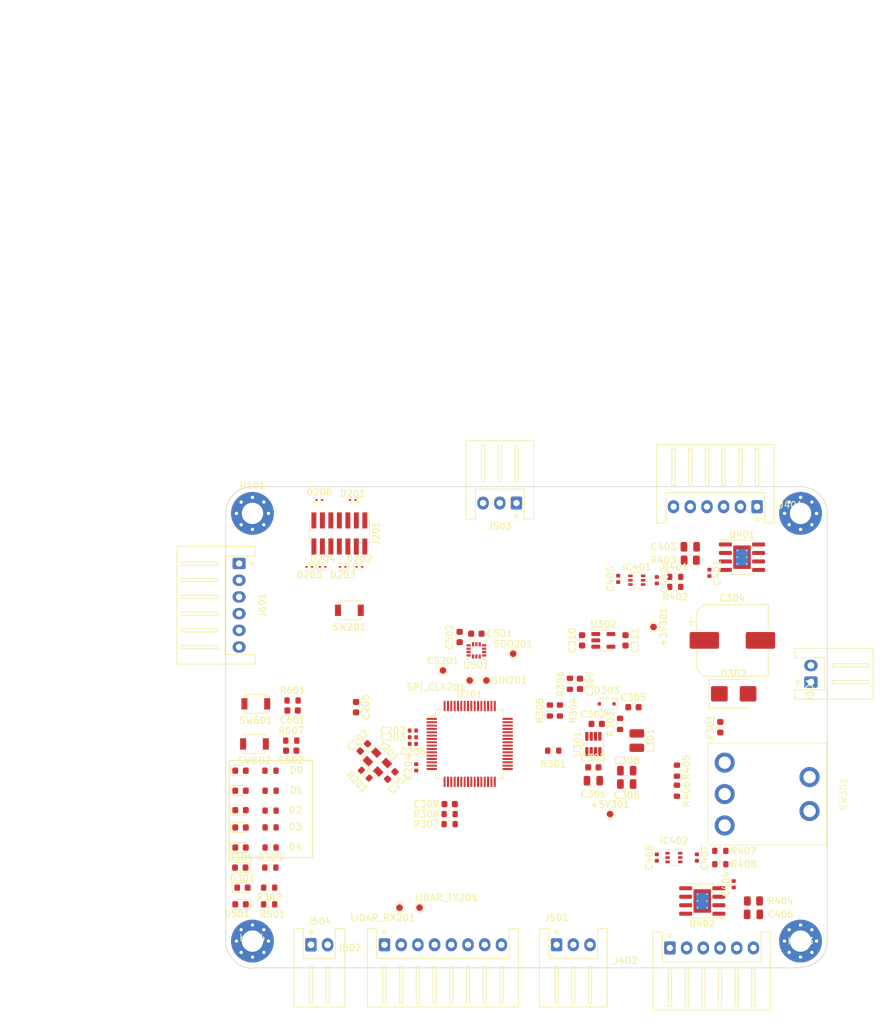
<source format=kicad_pcb>
(kicad_pcb (version 20221018) (generator pcbnew)
  (layers (0 "F.Cu" signal) (1 "In1.Cu" signal) (2 "In2.Cu" signal) (31 "B.Cu" signal) (34 "B.Paste" user) (35 "F.Paste" user) (36 "B.SilkS" user "B.Silkscreen") (37 "F.SilkS" user "F.Silkscreen") (38 "B.Mask" user) (39 "F.Mask" user) (44 "Edge.Cuts" user))
  (net 0 "")
  (net 1 "+3.3V")
  (net 2 "+5V")
  (net 3 "GND")
  (net 4 "Net-(U201-PF0)")
  (net 5 "Net-(C202-Pad2)")
  (net 6 "/STM/~{RST}")
  (net 7 "+7.5V")
  (net 8 "/Power Supply/VCC")
  (net 9 "Net-(C305-Pad1)")
  (net 10 "Net-(U301-SW)")
  (net 11 "Net-(C307-Pad1)")
  (net 12 "/Power Supply/VBAT_READ")
  (net 13 "+3V3")
  (net 14 "Net-(IC401-IN-)")
  (net 15 "Net-(IC401-IN+)")
  (net 16 "Net-(IC402-IN-)")
  (net 17 "Net-(IC402-IN+)")
  (net 18 "/HMI/PB_GAME_STATUS")
  (net 19 "/HMI/PB_GAME_START")
  (net 20 "/STM/IMU_SPI_CS")
  (net 21 "/STM/SWDIO")
  (net 22 "/STM/SWCLK")
  (net 23 "/STM/STLINK_TX")
  (net 24 "/STM/STLINK_RX")
  (net 25 "Net-(D301-K)")
  (net 26 "Net-(D301-A)")
  (net 27 "Net-(D303-K)")
  (net 28 "Net-(D304-K)")
  (net 29 "Net-(D501-K)")
  (net 30 "/STM/BUMPER_SW")
  (net 31 "Net-(D601-A)")
  (net 32 "Net-(D602-A)")
  (net 33 "Net-(D603-A)")
  (net 34 "Net-(D604-A)")
  (net 35 "Net-(D605-A)")
  (net 36 "Net-(F301-Pad2)")
  (net 37 "/Motor drivers/VREF")
  (net 38 "/Motor drivers/I_READ_L")
  (net 39 "/Motor drivers/I_READ_R")
  (net 45 "Net-(J301-Pin_1)")
  (net 46 "/Motor drivers/MOTOR_L-")
  (net 47 "/Motor drivers/ENCODER_L_A")
  (net 48 "/Motor drivers/ENCODER_L_B")
  (net 49 "/Motor drivers/MOTOR_L+")
  (net 50 "/Motor drivers/MOTOR_R-")
  (net 51 "/Motor drivers/ENCODER_R_A")
  (net 52 "/Motor drivers/ENCODER_R_B")
  (net 53 "/Motor drivers/MOTOR_R+")
  (net 54 "/STM/FRONT_BORDER_DETECT")
  (net 55 "/STM/LIDAR_RX")
  (net 56 "/STM/LIDAR_TX")
  (net 57 "/STM/LIDAR_SPEED")
  (net 58 "/STM/LIDAR_RANGING_EN")
  (net 59 "/STM/LIDAR_EN")
  (net 61 "/STM/BACK_BORDER_DETECT")
  (net 63 "/HMI/BT_TX")
  (net 64 "/HMI/BT_RX")
  (net 66 "Net-(U201-PF1)")
  (net 67 "Net-(U301-EN{slash}SYNC)")
  (net 68 "Net-(U301-FB)")
  (net 69 "/Motor drivers/RSENSE_L-")
  (net 70 "/Motor drivers/RSENSE_R-")
  (net 71 "Net-(R601-Pad2)")
  (net 72 "USER_LED_0")
  (net 73 "USER_LED_1")
  (net 74 "USER_LED_2")
  (net 75 "USER_LED_3")
  (net 76 "USER_LED_4")
  (net 77 "Net-(R607-Pad2)")
  (net 78 "/STM/IMU_SPI_SDI")
  (net 79 "/STM/IMU_SPI_SDO")
  (net 80 "/STM/IMU_SPI_CLK")
  (net 82 "/Motor drivers/FWD_R")
  (net 92 "/Motor drivers/FWD_L")
  (net 100 "/Motor drivers/REV_L")
  (net 101 "/Motor drivers/REV_R")
  (net 102 "/STM/IMU_INT1")
  (net 103 "/STM/IMU_INT2")
  (footprint "Diode_SMD:D_SOD-923" (layer "F.Cu") (at 66 108)
    (fp_text reference "D202" (at 0 -1.2) (layer "F.SilkS"))
    (fp_text value "~")
    (pad "1" smd roundrect (at -0.42 0 180) (size 0.36 0.25) (layers "F.Cu" "F.Paste" "F.Mask") (net 21 "/STM/SWDIO"))
    (pad "2" smd roundrect (at 0.42 0 180) (size 0.36 0.25) (layers "F.Cu" "F.Paste" "F.Mask") (net 3 "GND"))
  )
  (footprint "Button_Switch_SMD:SW_SPST_B3U-1000P" (layer "F.Cu") (at 50.5 128.5 180)
    (fp_text reference "SW601" (at 0 -2.5) (layer "F.SilkS"))
    (fp_text value "SW_Push")
    (pad "1" smd rect (at -1.7 0 180) (size 0.9 1.7) (layers "F.Cu" "F.Paste" "F.Mask") (net 71 "Net-(R601-Pad2)"))
    (pad "2" smd rect (at 1.7 0 180) (size 0.9 1.7) (layers "F.Cu" "F.Paste" "F.Mask") (net 1 "+3.3V"))
  )
  (footprint "MountingHole:MountingHole_3.2mm_M3_Pad_Via" (layer "F.Cu") (at 50 100)
    (fp_text reference "H101" (at 0 -4.2) (layer "F.SilkS"))
    (fp_text value "MountingHole_Pad")
    (pad "1" thru_hole circle (at -2.4 0) (size 0.8 0.8) (drill 0.5) (layers "*.Cu" "*.Mask") (net 3 "GND"))
    (pad "1" thru_hole circle (at -1.697056 -1.697056) (size 0.8 0.8) (drill 0.5) (layers "*.Cu" "*.Mask") (net 3 "GND"))
    (pad "1" thru_hole circle (at -1.697056 1.697056) (size 0.8 0.8) (drill 0.5) (layers "*.Cu" "*.Mask") (net 3 "GND"))
    (pad "1" thru_hole circle (at 0 -2.4) (size 0.8 0.8) (drill 0.5) (layers "*.Cu" "*.Mask") (net 3 "GND"))
    (pad "1" thru_hole circle (at 0 0) (size 6.4 6.4) (drill 3.2) (layers "*.Cu" "*.Mask") (net 3 "GND"))
    (pad "1" thru_hole circle (at 0 2.4) (size 0.8 0.8) (drill 0.5) (layers "*.Cu" "*.Mask") (net 3 "GND"))
    (pad "1" thru_hole circle (at 1.697056 -1.697056) (size 0.8 0.8) (drill 0.5) (layers "*.Cu" "*.Mask") (net 3 "GND"))
    (pad "1" thru_hole circle (at 1.697056 1.697056) (size 0.8 0.8) (drill 0.5) (layers "*.Cu" "*.Mask") (net 3 "GND"))
    (pad "1" thru_hole circle (at 2.4 0) (size 0.8 0.8) (drill 0.5) (layers "*.Cu" "*.Mask") (net 3 "GND"))
  )
  (footprint "Fuse:Fuse_0603_1608Metric" (layer "F.Cu") (at 120 132 90)
    (fp_text reference "F301" (at 0 -1.43 90) (layer "F.SilkS"))
    (fp_text value "5A")
    (pad "1" smd roundrect (at -0.7875 0 90) (size 0.875 0.95) (layers "F.Cu" "F.Paste" "F.Mask") (net 7 "+7.5V"))
    (pad "2" smd roundrect (at 0.7875 0 90) (size 0.875 0.95) (layers "F.Cu" "F.Paste" "F.Mask") (net 36 "Net-(F301-Pad2)"))
  )
  (footprint "Resistor_SMD:R_0603_1608Metric" (layer "F.Cu") (at 52.5 158.5 180)
    (fp_text reference "R501" (at -0.5 -1.5) (layer "F.SilkS"))
    (fp_text value "1k")
    (pad "1" smd roundrect (at -0.825 0 180) (size 0.8 0.95) (layers "F.Cu" "F.Paste" "F.Mask") (net 3 "GND"))
    (pad "2" smd roundrect (at 0.825 0 180) (size 0.8 0.95) (layers "F.Cu" "F.Paste" "F.Mask") (net 29 "Net-(D501-K)"))
  )
  (footprint "Capacitor_SMD:C_0603_1608Metric" (layer "F.Cu") (at 99 125.5 90)
    (fp_text reference "C307" (at 0 1.5 90) (layer "F.SilkS"))
    (fp_text value "15pF")
    (pad "1" smd roundrect (at -0.775 0 90) (size 0.9 0.95) (layers "F.Cu" "F.Paste" "F.Mask") (net 11 "Net-(C307-Pad1)"))
    (pad "2" smd roundrect (at 0.775 0 90) (size 0.9 0.95) (layers "F.Cu" "F.Paste" "F.Mask") (net 2 "+5V"))
  )
  (footprint "Capacitor_SMD:C_0603_1608Metric" (layer "F.Cu") (at 83.5 118 180)
    (fp_text reference "C501" (at -3.5 0) (layer "F.SilkS"))
    (fp_text value "0.1u")
    (pad "1" smd roundrect (at -0.775 0 180) (size 0.9 0.95) (layers "F.Cu" "F.Paste" "F.Mask") (net 1 "+3.3V"))
    (pad "2" smd roundrect (at 0.775 0 180) (size 0.9 0.95) (layers "F.Cu" "F.Paste" "F.Mask") (net 3 "GND"))
  )
  (footprint "Package_TO_SOT_SMD:SOT-363_SC-70-6" (layer "F.Cu") (at 113.05 151.5)
    (fp_text reference "IC402" (at 0 -2.5) (layer "F.SilkS"))
    (fp_text value "NCS199A3RSQT2G")
    (pad "1" smd rect (at -0.95 -0.65) (size 0.65 0.4) (layers "F.Cu" "F.Paste" "F.Mask") (net 37 "/Motor drivers/VREF"))
    (pad "2" smd rect (at -0.95 0) (size 0.65 0.4) (layers "F.Cu" "F.Paste" "F.Mask") (net 3 "GND"))
    (pad "3" smd rect (at -0.95 0.65) (size 0.65 0.4) (layers "F.Cu" "F.Paste" "F.Mask") (net 1 "+3.3V"))
    (pad "4" smd rect (at 0.95 0.65) (size 0.65 0.4) (layers "F.Cu" "F.Paste" "F.Mask") (net 17 "Net-(IC402-IN+)"))
    (pad "5" smd rect (at 0.95 0) (size 0.65 0.4) (layers "F.Cu" "F.Paste" "F.Mask") (net 16 "Net-(IC402-IN-)"))
    (pad "6" smd rect (at 0.95 -0.65) (size 0.65 0.4) (layers "F.Cu" "F.Paste" "F.Mask") (net 39 "/Motor drivers/I_READ_R"))
  )
  (footprint "TestPoint:TestPoint_Pad_D1.0mm" (layer "F.Cu") (at 82.5 125)
    (fp_text reference "SPI_CLK201" (at -5 1) (layer "F.SilkS"))
    (fp_text value "TestPoint")
    (pad "1" smd circle (at 0 0) (size 1 1) (layers "F.Cu" "F.Mask") (net 80 "/STM/IMU_SPI_CLK"))
  )
  (footprint "Package_TO_SOT_SMD:TSOT-23-8" (layer "F.Cu") (at 101 134.5 90)
    (fp_text reference "U301" (at 0 -2.4 90) (layer "F.SilkS"))
    (fp_text value "MP1475DJ-LF-P")
    (pad "1" smd roundrect (at -1.1375 -0.975 90) (size 1.325 0.5) (layers "F.Cu" "F.Paste" "F.Mask") (net 25 "Net-(D301-K)"))
    (pad "2" smd roundrect (at -1.1375 -0.325 90) (size 1.325 0.5) (layers "F.Cu" "F.Paste" "F.Mask") (net 7 "+7.5V"))
    (pad "3" smd roundrect (at -1.1375 0.325 90) (size 1.325 0.5) (layers "F.Cu" "F.Paste" "F.Mask") (net 10 "Net-(U301-SW)"))
    (pad "4" smd roundrect (at -1.1375 0.975 90) (size 1.325 0.5) (layers "F.Cu" "F.Paste" "F.Mask") (net 3 "GND"))
    (pad "5" smd roundrect (at 1.1375 0.975 90) (size 1.325 0.5) (layers "F.Cu" "F.Paste" "F.Mask") (net 27 "Net-(D303-K)"))
    (pad "6" smd roundrect (at 1.1375 0.325 90) (size 1.325 0.5) (layers "F.Cu" "F.Paste" "F.Mask") (net 67 "Net-(U301-EN{slash}SYNC)"))
    (pad "7" smd roundrect (at 1.1375 -0.325 90) (size 1.325 0.5) (layers "F.Cu" "F.Paste" "F.Mask") (net 8 "/Power Supply/VCC"))
    (pad "8" smd roundrect (at 1.1375 -0.975 90) (size 1.325 0.5) (layers "F.Cu" "F.Paste" "F.Mask") (net 68 "Net-(U301-FB)"))
  )
  (footprint "TestPoint:TestPoint_Pad_D1.0mm" (layer "F.Cu") (at 89 121)
    (fp_text reference "SDO201" (at 0 -1.448) (layer "F.SilkS"))
    (fp_text value "TestPoint")
    (pad "1" smd circle (at 0 0) (size 1 1) (layers "F.Cu" "F.Mask") (net 79 "/STM/IMU_SPI_SDO"))
  )
  (footprint "Capacitor_SMD:C_0402_1005Metric" (layer "F.Cu") (at 116.5 151.5 -90)
    (fp_text reference "C407" (at 0 -1.16 -90) (layer "F.SilkS"))
    (fp_text value "0.1uF")
    (pad "1" smd roundrect (at -0.48 0 270) (size 0.56 0.62) (layers "F.Cu" "F.Paste" "F.Mask") (net 16 "Net-(IC402-IN-)"))
    (pad "2" smd roundrect (at 0.48 0 270) (size 0.56 0.62) (layers "F.Cu" "F.Paste" "F.Mask") (net 17 "Net-(IC402-IN+)"))
  )
  (footprint "Package_QFP:LQFP-64_10x10mm_P0.5mm" (layer "F.Cu") (at 82.5 134.5)
    (fp_text reference "U201" (at 0 -7.4) (layer "F.SilkS"))
    (fp_text value "STM32G070RBTx")
    (pad "1" smd roundrect (at -5.675 -3.75) (size 1.55 0.3) (layers "F.Cu" "F.Paste" "F.Mask") (net 64 "/HMI/BT_RX"))
    (pad "2" smd roundrect (at -5.675 -3.25) (size 1.55 0.3) (layers "F.Cu" "F.Paste" "F.Mask") (net 82 "/Motor drivers/FWD_R"))
    (pad "3" smd roundrect (at -5.675 -2.75) (size 1.55 0.3) (layers "F.Cu" "F.Paste" "F.Mask") (net 18 "/HMI/PB_GAME_STATUS"))
    (pad "4" smd roundrect (at -5.675 -2.25) (size 1.55 0.3) (layers "F.Cu" "F.Paste" "F.Mask") (net 19 "/HMI/PB_GAME_START"))
    (pad "5" smd roundrect (at -5.675 -1.75) (size 1.55 0.3) (layers "F.Cu" "F.Paste" "F.Mask"))
    (pad "6" smd roundrect (at -5.675 -1.25) (size 1.55 0.3) (layers "F.Cu" "F.Paste" "F.Mask") (net 1 "+3.3V"))
    (pad "7" smd roundrect (at -5.675 -0.75) (size 1.55 0.3) (layers "F.Cu" "F.Paste" "F.Mask") (net 1 "+3.3V"))
    (pad "8" smd roundrect (at -5.675 -0.25) (size 1.55 0.3) (layers "F.Cu" "F.Paste" "F.Mask") (net 1 "+3.3V"))
    (pad "9" smd roundrect (at -5.675 0.25) (size 1.55 0.3) (layers "F.Cu" "F.Paste" "F.Mask") (net 3 "GND"))
    (pad "10" smd roundrect (at -5.675 0.75) (size 1.55 0.3) (layers "F.Cu" "F.Paste" "F.Mask") (net 4 "Net-(U201-PF0)"))
    (pad "11" smd roundrect (at -5.675 1.25) (size 1.55 0.3) (layers "F.Cu" "F.Paste" "F.Mask") (net 66 "Net-(U201-PF1)"))
    (pad "12" smd roundrect (at -5.675 1.75) (size 1.55 0.3) (layers "F.Cu" "F.Paste" "F.Mask") (net 6 "/STM/~{RST}"))
    (pad "13" smd roundrect (at -5.675 2.25) (size 1.55 0.3) (layers "F.Cu" "F.Paste" "F.Mask") (net 30 "/STM/BUMPER_SW"))
    (pad "14" smd roundrect (at -5.675 2.75) (size 1.55 0.3) (layers "F.Cu" "F.Paste" "F.Mask") (net 54 "/STM/FRONT_BORDER_DETECT"))
    (pad "15" smd roundrect (at -5.675 3.25) (size 1.55 0.3) (layers "F.Cu" "F.Paste" "F.Mask") (net 61 "/STM/BACK_BORDER_DETECT"))
    (pad "16" smd roundrect (at -5.675 3.75) (size 1.55 0.3) (layers "F.Cu" "F.Paste" "F.Mask"))
    (pad "17" smd roundrect (at -3.75 5.675) (size 0.3 1.55) (layers "F.Cu" "F.Paste" "F.Mask") (net 12 "/Power Supply/VBAT_READ"))
    (pad "18" smd roundrect (at -3.25 5.675) (size 0.3 1.55) (layers "F.Cu" "F.Paste" "F.Mask"))
    (pad "19" smd roundrect (at -2.75 5.675) (size 0.3 1.55) (layers "F.Cu" "F.Paste" "F.Mask") (net 23 "/STM/STLINK_TX"))
    (pad "20" smd roundrect (at -2.25 5.675) (size 0.3 1.55) (layers "F.Cu" "F.Paste" "F.Mask") (net 24 "/STM/STLINK_RX"))
    (pad "21" smd roundrect (at -1.75 5.675) (size 0.3 1.55) (layers "F.Cu" "F.Paste" "F.Mask"))
    (pad "22" smd roundrect (at -1.25 5.675) (size 0.3 1.55) (layers "F.Cu" "F.Paste" "F.Mask") (net 63 "/HMI/BT_TX"))
    (pad "23" smd roundrect (at -0.75 5.675) (size 0.3 1.55) (layers "F.Cu" "F.Paste" "F.Mask") (net 52 "/Motor drivers/ENCODER_R_B"))
    (pad "24" smd roundrect (at -0.25 5.675) (size 0.3 1.55) (layers "F.Cu" "F.Paste" "F.Mask") (net 51 "/Motor drivers/ENCODER_R_A"))
    (pad "25" smd roundrect (at 0.25 5.675) (size 0.3 1.55) (layers "F.Cu" "F.Paste" "F.Mask") (net 56 "/STM/LIDAR_TX"))
    (pad "26" smd roundrect (at 0.75 5.675) (size 0.3 1.55) (layers "F.Cu" "F.Paste" "F.Mask") (net 55 "/STM/LIDAR_RX"))
    (pad "27" smd roundrect (at 1.25 5.675) (size 0.3 1.55) (layers "F.Cu" "F.Paste" "F.Mask") (net 38 "/Motor drivers/I_READ_L"))
    (pad "28" smd roundrect (at 1.75 5.675) (size 0.3 1.55) (layers "F.Cu" "F.Paste" "F.Mask") (net 39 "/Motor drivers/I_READ_R"))
    (pad "29" smd roundrect (at 2.25 5.675) (size 0.3 1.55) (layers "F.Cu" "F.Paste" "F.Mask"))
    (pad "30" smd roundrect (at 2.75 5.675) (size 0.3 1.55) (layers "F.Cu" "F.Paste" "F.Mask"))
    (pad "31" smd roundrect (at 3.25 5.675) (size 0.3 1.55) (layers "F.Cu" "F.Paste" "F.Mask"))
    (pad "32" smd roundrect (at 3.75 5.675) (size 0.3 1.55) (layers "F.Cu" "F.Paste" "F.Mask"))
    (pad "33" smd roundrect (at 5.675 3.75) (size 1.55 0.3) (layers "F.Cu" "F.Paste" "F.Mask"))
    (pad "34" smd roundrect (at 5.675 3.25) (size 1.55 0.3) (layers "F.Cu" "F.Paste" "F.Mask") (net 92 "/Motor drivers/FWD_L"))
    (pad "35" smd roundrect (at 5.675 2.75) (size 1.55 0.3) (layers "F.Cu" "F.Paste" "F.Mask") (net 57 "/STM/LIDAR_SPEED"))
    (pad "36" smd roundrect (at 5.675 2.25) (size 1.55 0.3) (layers "F.Cu" "F.Paste" "F.Mask") (net 48 "/Motor drivers/ENCODER_L_B"))
    (pad "37" smd roundrect (at 5.675 1.75) (size 1.55 0.3) (layers "F.Cu" "F.Paste" "F.Mask"))
    (pad "38" smd roundrect (at 5.675 1.25) (size 1.55 0.3) (layers "F.Cu" "F.Paste" "F.Mask") (net 59 "/STM/LIDAR_EN"))
    (pad "39" smd roundrect (at 5.675 0.75) (size 1.55 0.3) (layers "F.Cu" "F.Paste" "F.Mask") (net 58 "/STM/LIDAR_RANGING_EN"))
    (pad "40" smd roundrect (at 5.675 0.25) (size 1.55 0.3) (layers "F.Cu" "F.Paste" "F.Mask") (net 80 "/STM/IMU_SPI_CLK"))
    (pad "41" smd roundrect (at 5.675 -0.25) (size 1.55 0.3) (layers "F.Cu" "F.Paste" "F.Mask"))
    (pad "42" smd roundrect (at 5.675 -0.75) (size 1.55 0.3) (layers "F.Cu" "F.Paste" "F.Mask"))
    (pad "43" smd roundrect (at 5.675 -1.25) (size 1.55 0.3) (layers "F.Cu" "F.Paste" "F.Mask") (net 47 "/Motor drivers/ENCODER_L_A"))
    (pad "44" smd roundrect (at 5.675 -1.75) (size 1.55 0.3) (layers "F.Cu" "F.Paste" "F.Mask"))
    (pad "45" smd roundrect (at 5.675 -2.25) (size 1.55 0.3) (layers "F.Cu" "F.Paste" "F.Mask") (net 21 "/STM/SWDIO"))
    (pad "46" smd roundrect (at 5.675 -2.75) (size 1.55 0.3) (layers "F.Cu" "F.Paste" "F.Mask") (net 22 "/STM/SWCLK"))
    (pad "47" smd roundrect (at 5.675 -3.25) (size 1.55 0.3) (layers "F.Cu" "F.Paste" "F.Mask"))
    (pad "48" smd roundrect (at 5.675 -3.75) (size 1.55 0.3) (layers "F.Cu" "F.Paste" "F.Mask"))
    (pad "49" smd roundrect (at 3.75 -5.675) (size 0.3 1.55) (layers "F.Cu" "F.Paste" "F.Mask"))
    (pad "50" smd roundrect (at 3.25 -5.675) (size 0.3 1.55) (layers "F.Cu" "F.Paste" "F.Mask") (net 100 "/Motor drivers/REV_L"))
    (pad "51" smd roundrect (at 2.75 -5.675) (size 0.3 1.55) (layers "F.Cu" "F.Paste" "F.Mask") (net 101 "/Motor drivers/REV_R"))
    (pad "52" smd roundrect (at 2.25 -5.675) (size 0.3 1.55) (layers "F.Cu" "F.Paste" "F.Mask") (net 20 "/STM/IMU_SPI_CS"))
    (pad "53" smd roundrect (at 1.75 -5.675) (size 0.3 1.55) (layers "F.Cu" "F.Paste" "F.Mask") (net 102 "/STM/IMU_INT1"))
    (pad "54" smd roundrect (at 1.25 -5.675) (size 0.3 1.55) (layers "F.Cu" "F.Paste" "F.Mask") (net 103 "/STM/IMU_INT2"))
    (pad "55" smd roundrect (at 0.75 -5.675) (size 0.3 1.55) (layers "F.Cu" "F.Paste" "F.Mask") (net 79 "/STM/IMU_SPI_SDO"))
    (pad "56" smd roundrect (at 0.25 -5.675) (size 0.3 1.55) (layers "F.Cu" "F.Paste" "F.Mask") (net 78 "/STM/IMU_SPI_SDI"))
    (pad "57" smd roundrect (at -0.25 -5.675) (size 0.3 1.55) (layers "F.Cu" "F.Paste" "F.Mask"))
    (pad "58" smd roundrect (at -0.75 -5.675) (size 0.3 1.55) (layers "F.Cu" "F.Paste" "F.Mask") (net 72 "USER_LED_0"))
    (pad "59" smd roundrect (at -1.25 -5.675) (size 0.3 1.55) (layers "F.Cu" "F.Paste" "F.Mask") (net 73 "USER_LED_1"))
    (pad "60" smd roundrect (at -1.75 -5.675) (size 0.3 1.55) (layers "F.Cu" "F.Paste" "F.Mask"))
    (pad "61" smd roundrect (at -2.25 -5.675) (size 0.3 1.55) (layers "F.Cu" "F.Paste" "F.Mask"))
    (pad "62" smd roundrect (at -2.75 -5.675) (size 0.3 1.55) (layers "F.Cu" "F.Paste" "F.Mask") (net 74 "USER_LED_2"))
    (pad "63" smd roundrect (at -3.25 -5.675) (size 0.3 1.55) (layers "F.Cu" "F.Paste" "F.Mask") (net 75 "USER_LED_3"))
    (pad "64" smd roundrect (at -3.75 -5.675) (size 0.3 1.55) (layers "F.Cu" "F.Paste" "F.Mask") (net 76 "USER_LED_4"))
  )
  (footprint "LED_SMD:LED_0603_1608Metric" (layer "F.Cu") (at 48.5 156)
    (fp_text reference "D301" (at 0 -1.43) (layer "F.SilkS"))
    (fp_text value "LED_Small")
    (pad "1" smd roundrect (at -0.7875 0) (size 0.875 0.95) (layers "F.Cu" "F.Paste" "F.Mask") (net 25 "Net-(D301-K)"))
    (pad "2" smd roundrect (at 0.7875 0) (size 0.875 0.95) (layers "F.Cu" "F.Paste" "F.Mask") (net 26 "Net-(D301-A)"))
  )
  (footprint "Capacitor_SMD:C_0402_1005Metric" (layer "F.Cu") (at 122 155.5 90)
    (fp_text reference "C404" (at 0 -1.16 90) (layer "F.SilkS"))
    (fp_text value "0.1uF")
    (pad "1" smd roundrect (at -0.48 0 90) (size 0.56 0.62) (layers "F.Cu" "F.Paste" "F.Mask") (net 13 "+3V3"))
    (pad "2" smd roundrect (at 0.48 0 90) (size 0.56 0.62) (layers "F.Cu" "F.Paste" "F.Mask") (net 3 "GND"))
  )
  (footprint "Resistor_SMD:R_0603_1608Metric" (layer "F.Cu") (at 97.5 125.5 90)
    (fp_text reference "R306" (at 0 -1.43 90) (layer "F.SilkS"))
    (fp_text value "40.2k")
    (pad "1" smd roundrect (at -0.825 0 90) (size 0.8 0.95) (layers "F.Cu" "F.Paste" "F.Mask") (net 11 "Net-(C307-Pad1)"))
    (pad "2" smd roundrect (at 0.825 0 90) (size 0.8 0.95) (layers "F.Cu" "F.Paste" "F.Mask") (net 2 "+5V"))
  )
  (footprint "MountingHole:MountingHole_3.2mm_M3_Pad_Via" (layer "F.Cu") (at 132 100)
    (fp_text reference "H102" hide)
    (fp_text value "MountingHole_Pad")
    (pad "1" thru_hole circle (at -2.4 0) (size 0.8 0.8) (drill 0.5) (layers "*.Cu" "*.Mask") (net 3 "GND"))
    (pad "1" thru_hole circle (at -1.697056 -1.697056) (size 0.8 0.8) (drill 0.5) (layers "*.Cu" "*.Mask") (net 3 "GND"))
    (pad "1" thru_hole circle (at -1.697056 1.697056) (size 0.8 0.8) (drill 0.5) (layers "*.Cu" "*.Mask") (net 3 "GND"))
    (pad "1" thru_hole circle (at 0 -2.4) (size 0.8 0.8) (drill 0.5) (layers "*.Cu" "*.Mask") (net 3 "GND"))
    (pad "1" thru_hole circle (at 0 0) (size 6.4 6.4) (drill 3.2) (layers "*.Cu" "*.Mask") (net 3 "GND"))
    (pad "1" thru_hole circle (at 0 2.4) (size 0.8 0.8) (drill 0.5) (layers "*.Cu" "*.Mask") (net 3 "GND"))
    (pad "1" thru_hole circle (at 1.697056 -1.697056) (size 0.8 0.8) (drill 0.5) (layers "*.Cu" "*.Mask") (net 3 "GND"))
    (pad "1" thru_hole circle (at 1.697056 1.697056) (size 0.8 0.8) (drill 0.5) (layers "*.Cu" "*.Mask") (net 3 "GND"))
    (pad "1" thru_hole circle (at 2.4 0) (size 0.8 0.8) (drill 0.5) (layers "*.Cu" "*.Mask") (net 3 "GND"))
  )
  (footprint "Capacitor_SMD:C_0402_1005Metric" (layer "F.Cu") (at 74 132.5 180)
    (fp_text reference "C207" (at 3 0 180) (layer "F.SilkS"))
    (fp_text value "0.1uF")
    (pad "1" smd roundrect (at -0.48 0 180) (size 0.56 0.62) (layers "F.Cu" "F.Paste" "F.Mask") (net 1 "+3.3V"))
    (pad "2" smd roundrect (at 0.48 0 180) (size 0.56 0.62) (layers "F.Cu" "F.Paste" "F.Mask") (net 3 "GND"))
  )
  (footprint "Resistor_SMD:R_0603_1608Metric" (layer "F.Cu") (at 66.871572 139.017158 -45)
    (fp_text reference "R201" (at 0 1.7 135) (layer "F.SilkS"))
    (fp_text value "10R")
    (pad "1" smd roundrect (at -0.825 0 315) (size 0.8 0.95) (layers "F.Cu" "F.Paste" "F.Mask") (net 5 "Net-(C202-Pad2)"))
    (pad "2" smd roundrect (at 0.825 0 315) (size 0.8 0.95) (layers "F.Cu" "F.Paste" "F.Mask") (net 66 "Net-(U201-PF1)"))
  )
  (footprint "Capacitor_SMD:C_0603_1608Metric" (layer "F.Cu") (at 56 129.5 180)
    (fp_text reference "C601" (at 0 -1.43) (layer "F.SilkS"))
    (fp_text value "1uF")
    (pad "1" smd roundrect (at -0.775 0 180) (size 0.9 0.95) (layers "F.Cu" "F.Paste" "F.Mask") (net 18 "/HMI/PB_GAME_STATUS"))
    (pad "2" smd roundrect (at 0.775 0 180) (size 0.9 0.95) (layers "F.Cu" "F.Paste" "F.Mask") (net 3 "GND"))
  )
  (footprint "TestPoint:TestPoint_Pad_D1.0mm" (layer "F.Cu") (at 78.5 123.5)
    (fp_text reference "CS201" (at 0 -1.448) (layer "F.SilkS"))
    (fp_text value "TestPoint")
    (pad "1" smd circle (at 0 0) (size 1 1) (layers "F.Cu" "F.Mask") (net 20 "/STM/IMU_SPI_CS"))
  )
  (footprint "Diode_SMD:D_SOD-923" (layer "F.Cu") (at 60 98)
    (fp_text reference "D206" (at 0 -1.2) (layer "F.SilkS"))
    (fp_text value "~")
    (pad "1" smd roundrect (at -0.42 0 180) (size 0.36 0.25) (layers "F.Cu" "F.Paste" "F.Mask") (net 24 "/STM/STLINK_RX"))
    (pad "2" smd roundrect (at 0.42 0 180) (size 0.36 0.25) (layers "F.Cu" "F.Paste" "F.Mask") (net 3 "GND"))
  )
  (footprint "Capacitor_SMD:C_0603_1608Metric" (layer "F.Cu") (at 101.5 131.5)
    (fp_text reference "C302" (at -0.5 -1.43) (layer "F.SilkS"))
    (fp_text value "0,1uF")
    (pad "1" smd roundrect (at -0.775 0) (size 0.9 0.95) (layers "F.Cu" "F.Paste" "F.Mask") (net 8 "/Power Supply/VCC"))
    (pad "2" smd roundrect (at 0.775 0) (size 0.9 0.95) (layers "F.Cu" "F.Paste" "F.Mask") (net 3 "GND"))
  )
  (footprint "Capacitor_SMD:C_0402_1005Metric" (layer "F.Cu") (at 74.5 138 90)
    (fp_text reference "C204" (at 0 -1.16 90) (layer "F.SilkS"))
    (fp_text value "0.1uF")
    (pad "1" smd roundrect (at -0.48 0 90) (size 0.56 0.62) (layers "F.Cu" "F.Paste" "F.Mask") (net 3 "GND"))
    (pad "2" smd roundrect (at 0.48 0 90) (size 0.56 0.62) (layers "F.Cu" "F.Paste" "F.Mask") (net 6 "/STM/~{RST}"))
  )
  (footprint "Capacitor_SMD:C_0402_1005Metric" (layer "F.Cu") (at 118.37 108.9 -90)
    (fp_text reference "C401" (at 0 -1.16 -90) (layer "F.SilkS"))
    (fp_text value "0.1uF")
    (pad "1" smd roundrect (at -0.48 0 270) (size 0.56 0.62) (layers "F.Cu" "F.Paste" "F.Mask") (net 13 "+3V3"))
    (pad "2" smd roundrect (at 0.48 0 270) (size 0.56 0.62) (layers "F.Cu" "F.Paste" "F.Mask") (net 3 "GND"))
  )
  (footprint "Resistor_SMD:R_0603_1608Metric" (layer "F.Cu") (at 79.5 146.5)
    (fp_text reference "R307" (at -3.5 0) (layer "F.SilkS"))
    (fp_text value "22k")
    (pad "1" smd roundrect (at -0.825 0) (size 0.8 0.95) (layers "F.Cu" "F.Paste" "F.Mask") (net 7 "+7.5V"))
    (pad "2" smd roundrect (at 0.825 0) (size 0.8 0.95) (layers "F.Cu" "F.Paste" "F.Mask") (net 12 "/Power Supply/VBAT_READ"))
  )
  (footprint "Capacitor_SMD:C_0603_1608Metric" (layer "F.Cu") (at 79.5 143.5)
    (fp_text reference "C309" (at -3.5 0) (layer "F.SilkS"))
    (fp_text value "1uF")
    (pad "1" smd roundrect (at -0.775 0) (size 0.9 0.95) (layers "F.Cu" "F.Paste" "F.Mask") (net 3 "GND"))
    (pad "2" smd roundrect (at 0.775 0) (size 0.9 0.95) (layers "F.Cu" "F.Paste" "F.Mask") (net 12 "/Power Supply/VBAT_READ"))
  )
  (footprint "LED_SMD:LED_0603_1608Metric" (layer "F.Cu") (at 48.2125 158.5 180)
    (fp_text reference "D501" (at 0.5 -1.43) (layer "F.SilkS"))
    (fp_text value "LED_Small")
    (pad "1" smd roundrect (at -0.7875 0 180) (size 0.875 0.95) (layers "F.Cu" "F.Paste" "F.Mask") (net 29 "Net-(D501-K)"))
    (pad "2" smd roundrect (at 0.7875 0 180) (size 0.875 0.95) (layers "F.Cu" "F.Paste" "F.Mask") (net 30 "/STM/BUMPER_SW"))
  )
  (footprint "Inductor_SMD:L_1008_2520Metric" (layer "F.Cu") (at 107.5 134 -90)
    (fp_text reference "L301" (at 0 -2.05 90) (layer "F.SilkS"))
    (fp_text value "4.7uH")
    (pad "1" smd roundrect (at -1.075 0 270) (size 1.25 2.2) (layers "F.Cu" "F.Paste" "F.Mask") (roundrect_rratio 0.2) (net 10 "Net-(U301-SW)"))
    (pad "2" smd roundrect (at 1.075 0 270) (size 1.25 2.2) (layers "F.Cu" "F.Paste" "F.Mask") (roundrect_rratio 0.2) (net 2 "+5V"))
  )
  (footprint "Capacitor_SMD:CP_Elec_10x10.5" (layer "F.Cu") (at 121.8 119)
    (fp_text reference "C304" (at 0 -6.3) (layer "F.SilkS"))
    (fp_text value "470uF")
    (pad "1" smd roundrect (at -4.2 0) (size 4.4 2.5) (layers "F.Cu" "F.Paste" "F.Mask") (roundrect_rratio 0.1) (net 7 "+7.5V"))
    (pad "2" smd roundrect (at 4.2 0) (size 4.4 2.5) (layers "F.Cu" "F.Paste" "F.Mask") (roundrect_rratio 0.1) (net 3 "GND"))
  )
  (footprint "Capacitor_SMD:C_0805_2012Metric" (layer "F.Cu") (at 124.955 160 180)
    (fp_text reference "C406" (at -4.045 0) (layer "F.SilkS"))
    (fp_text value "22uF")
    (pad "1" smd roundrect (at -0.95 0 180) (size 1 1.45) (layers "F.Cu" "F.Paste" "F.Mask") (net 7 "+7.5V"))
    (pad "2" smd roundrect (at 0.95 0 180) (size 1 1.45) (layers "F.Cu" "F.Paste" "F.Mask") (net 3 "GND"))
  )
  (footprint "Button_Switch_SMD:SW_SPST_B3U-1000P" (layer "F.Cu") (at 64.5 114.5 180)
    (fp_text reference "SW201" (at 0 -2.5) (layer "F.SilkS"))
    (fp_text value "SW_Push")
    (pad "1" smd rect (at -1.7 0 180) (size 0.9 1.7) (layers "F.Cu" "F.Paste" "F.Mask") (net 3 "GND"))
    (pad "2" smd rect (at 1.7 0 180) (size 0.9 1.7) (layers "F.Cu" "F.Paste" "F.Mask") (net 6 "/STM/~{RST}"))
  )
  (footprint "Resistor_SMD:R_0603_1608Metric" (layer "F.Cu") (at 113.25 111 180)
    (fp_text reference "R402" (at 0 -1.5) (layer "F.SilkS"))
    (fp_text value "10R")
    (pad "1" smd roundrect (at -0.825 0 180) (size 0.8 0.95) (layers "F.Cu" "F.Paste" "F.Mask") (net 69 "/Motor drivers/RSENSE_L-"))
    (pad "2" smd roundrect (at 0.825 0 180) (size 0.8 0.95) (layers "F.Cu" "F.Paste" "F.Mask") (net 15 "Net-(IC401-IN+)"))
  )
  (footprint "LED_SMD:LED_0603_1608Metric" (layer "F.Cu") (at 48.2125 150)
    (fp_text reference "D605" hide)
    (fp_text value "LED_Small")
    (pad "1" smd roundrect (at -0.7875 0) (size 0.875 0.95) (layers "F.Cu" "F.Paste" "F.Mask") (net 3 "GND"))
    (pad "2" smd roundrect (at 0.7875 0) (size 0.875 0.95) (layers "F.Cu" "F.Paste" "F.Mask") (net 35 "Net-(D605-A)"))
  )
  (footprint "Resistor_SMD:R_0603_1608Metric" (layer "F.Cu") (at 94.5 129.5 -90)
    (fp_text reference "R305" (at 0 1.5 90) (layer "F.SilkS"))
    (fp_text value "7.68k")
    (pad "1" smd roundrect (at -0.825 0 270) (size 0.8 0.95) (layers "F.Cu" "F.Paste" "F.Mask") (net 11 "Net-(C307-Pad1)"))
    (pad "2" smd roundrect (at 0.825 0 270) (size 0.8 0.95) (layers "F.Cu" "F.Paste" "F.Mask") (net 3 "GND"))
  )
  (footprint "Capacitor_SMD:C_0402_1005Metric" (layer "F.Cu") (at 110.5 110 -90)
    (fp_text reference "C402" (at 0 -1.16 -90) (layer "F.SilkS"))
    (fp_text value "0.1uF")
    (pad "1" smd roundrect (at -0.48 0 270) (size 0.56 0.62) (layers "F.Cu" "F.Paste" "F.Mask") (net 14 "Net-(IC401-IN-)"))
    (pad "2" smd roundrect (at 0.48 0 270) (size 0.56 0.62) (layers "F.Cu" "F.Paste" "F.Mask") (net 15 "Net-(IC401-IN+)"))
  )
  (footprint "Package_TO_SOT_SMD:SOT-23-5" (layer "F.Cu") (at 102.5 119)
    (fp_text reference "U302" (at 0 -2.4) (layer "F.SilkS"))
    (fp_text value "MIC5317-3.3xM5")
    (pad "1" smd roundrect (at -1.1375 -0.95) (size 1.325 0.6) (layers "F.Cu" "F.Paste" "F.Mask") (net 2 "+5V"))
    (pad "2" smd roundrect (at -1.1375 0) (size 1.325 0.6) (layers "F.Cu" "F.Paste" "F.Mask") (net 3 "GND"))
    (pad "3" smd roundrect (at -1.1375 0.95) (size 1.325 0.6) (layers "F.Cu" "F.Paste" "F.Mask") (net 2 "+5V"))
    (pad "4" smd roundrect (at 1.1375 0.95) (size 1.325 0.6) (layers "F.Cu" "F.Paste" "F.Mask"))
    (pad "5" smd roundrect (at 1.1375 -0.95) (size 1.325 0.6) (layers "F.Cu" "F.Paste" "F.Mask") (net 1 "+3.3V"))
  )
  (footprint "TestPoint:TestPoint_Pad_D1.0mm" (layer "F.Cu") (at 110 117 -90)
    (fp_text reference "+3V301" (at 0 -1.448 90) (layer "F.SilkS"))
    (fp_text value "TestPoint")
    (pad "1" smd circle (at 0 0 270) (size 1 1) (layers "F.Cu" "F.Mask") (net 1 "+3.3V"))
  )
  (footprint "MountingHole:MountingHole_3.2mm_M3_Pad_Via" (layer "F.Cu") (at 132 164)
    (fp_text reference "H103" (at 0 0) (layer "F.SilkS"))
    (fp_text value "MountingHole_Pad")
    (pad "1" thru_hole circle (at -2.4 0) (size 0.8 0.8) (drill 0.5) (layers "*.Cu" "*.Mask") (net 3 "GND"))
    (pad "1" thru_hole circle (at -1.697056 -1.697056) (size 0.8 0.8) (drill 0.5) (layers "*.Cu" "*.Mask") (net 3 "GND"))
    (pad "1" thru_hole circle (at -1.697056 1.697056) (size 0.8 0.8) (drill 0.5) (layers "*.Cu" "*.Mask") (net 3 "GND"))
    (pad "1" thru_hole circle (at 0 -2.4) (size 0.8 0.8) (drill 0.5) (layers "*.Cu" "*.Mask") (net 3 "GND"))
    (pad "1" thru_hole circle (at 0 0) (size 6.4 6.4) (drill 3.2) (layers "*.Cu" "*.Mask") (net 3 "GND"))
    (pad "1" thru_hole circle (at 0 2.4) (size 0.8 0.8) (drill 0.5) (layers "*.Cu" "*.Mask") (net 3 "GND"))
    (pad "1" thru_hole circle (at 1.697056 -1.697056) (size 0.8 0.8) (drill 0.5) (layers "*.Cu" "*.Mask") (net 3 "GND"))
    (pad "1" thru_hole circle (at 1.697056 1.697056) (size 0.8 0.8) (drill 0.5) (layers "*.Cu" "*.Mask") (net 3 "GND"))
    (pad "1" thru_hole circle (at 2.4 0) (size 0.8 0.8) (drill 0.5) (layers "*.Cu" "*.Mask") (net 3 "GND"))
  )
  (footprint "Package_LGA:LGA-14_3x2.5mm_P0.5mm_LayoutBorder3x4y" (layer "F.Cu") (at 83.5 120.5 180)
    (fp_text reference "U501" (at 0 -2.2) (layer "F.SilkS"))
    (fp_text value "LSM6DSM")
    (pad "1" smd roundrect (at -1.1625 -0.75 180) (size 0.625 0.35) (layers "F.Cu" "F.Paste" "F.Mask") (net 79 "/STM/IMU_SPI_SDO"))
    (pad "2" smd roundrect (at -1.1625 -0.25 180) (size 0.625 0.35) (layers "F.Cu" "F.Paste" "F.Mask"))
    (pad "3" smd roundrect (at -1.1625 0.25 180) (size 0.625 0.35) (layers "F.Cu" "F.Paste" "F.Mask"))
    (pad "4" smd roundrect (at -1.1625 0.75 180) (size 0.625 0.35) (layers "F.Cu" "F.Paste" "F.Mask") (net 102 "/STM/IMU_INT1"))
    (pad "5" smd roundrect (at -0.5 0.9125 180) (size 0.35 0.625) (layers "F.Cu" "F.Paste" "F.Mask") (net 1 "+3.3V"))
    (pad "6" smd roundrect (at 0 0.9125 180) (size 0.35 0.625) (layers "F.Cu" "F.Paste" "F.Mask") (net 3 "GND"))
    (pad "7" smd roundrect (at 0.5 0.9125 180) (size 0.35 0.625) (layers "F.Cu" "F.Paste" "F.Mask") (net 3 "GND"))
    (pad "8" smd roundrect (at 1.1625 0.75 180) (size 0.625 0.35) (layers "F.Cu" "F.Paste" "F.Mask") (net 1 "+3.3V"))
    (pad "9" smd roundrect (at 1.1625 0.25 180) (size 0.625 0.35) (layers "F.Cu" "F.Paste" "F.Mask") (net 103 "/STM/IMU_INT2"))
    (pad "10" smd roundrect (at 1.1625 -0.25 180) (size 0.625 0.35) (layers "F.Cu" "F.Paste" "F.Mask"))
    (pad "11" smd roundrect (at 1.1625 -0.75 180) (size 0.625 0.35) (layers "F.Cu" "F.Paste" "F.Mask"))
    (pad "12" smd roundrect (at 0.5 -0.9125 180) (size 0.35 0.625) (layers "F.Cu" "F.Paste" "F.Mask") (net 20 "/STM/IMU_SPI_CS"))
    (pad "13" smd roundrect (at 0 -0.9125 180) (size 0.35 0.625) (layers "F.Cu" "F.Paste" "F.Mask") (net 80 "/STM/IMU_SPI_CLK"))
    (pad "14" smd roundrect (at -0.5 -0.9125 180) (size 0.35 0.625) (layers "F.Cu" "F.Paste" "F.Mask") (net 78 "/STM/IMU_SPI_SDI"))
  )
  (footprint "Capacitor_SMD:C_0603_1608Metric" (layer "F.Cu") (at 65.5 129 -90)
    (fp_text reference "C205" (at 0 -1.43 90) (layer "F.SilkS"))
    (fp_text value "4.7uF")
    (pad "1" smd roundrect (at -0.775 0 270) (size 0.9 0.95) (layers "F.Cu" "F.Paste" "F.Mask") (net 1 "+3.3V"))
    (pad "2" smd roundrect (at 0.775 0 270) (size 0.9 0.95) (layers "F.Cu" "F.Paste" "F.Mask") (net 3 "GND"))
  )
  (footprint "Resistor_SMD:R_0603_1608Metric" (layer "F.Cu") (at 96 129.5 90)
    (fp_text reference "R304" (at 0 2 90) (layer "F.SilkS"))
    (fp_text value "16k")
    (pad "1" smd roundrect (at -0.825 0 90) (size 0.8 0.95) (layers "F.Cu" "F.Paste" "F.Mask") (net 68 "Net-(U301-FB)"))
    (pad "2" smd roundrect (at 0.825 0 90) (size 0.8 0.95) (layers "F.Cu" "F.Paste" "F.Mask") (net 11 "Net-(C307-Pad1)"))
  )
  (footprint "Resistor_SMD:R_0603_1608Metric" (layer "F.Cu") (at 113.5 138.5 -90)
    (fp_text reference "R405" (at -0.5 -1.43 90) (layer "F.SilkS"))
    (fp_text value "100k")
    (pad "1" smd roundrect (at -0.825 0 270) (size 0.8 0.95) (layers "F.Cu" "F.Paste" "F.Mask") (net 1 "+3.3V"))
    (pad "2" smd roundrect (at 0.825 0 270) (size 0.8 0.95) (layers "F.Cu" "F.Paste" "F.Mask") (net 37 "/Motor drivers/VREF"))
  )
  (footprint "Capacitor_SMD:C_0603_1608Metric" (layer "F.Cu") (at 81 118.5 90)
    (fp_text reference "C502" (at 0 -1.5 90) (layer "F.SilkS"))
    (fp_text value "0.1u")
    (pad "1" smd roundrect (at -0.775 0 90) (size 0.9 0.95) (layers "F.Cu" "F.Paste" "F.Mask") (net 1 "+3.3V"))
    (pad "2" smd roundrect (at 0.775 0 90) (size 0.9 0.95) (layers "F.Cu" "F.Paste" "F.Mask") (net 3 "GND"))
  )
  (footprint "LED_SMD:LED_0603_1608Metric" (layer "F.Cu") (at 48.2125 141.5)
    (fp_text reference "D602" hide)
    (fp_text value "LED_Small")
    (pad "1" smd roundrect (at -0.7875 0) (size 0.875 0.95) (layers "F.Cu" "F.Paste" "F.Mask") (net 3 "GND"))
    (pad "2" smd roundrect (at 0.7875 0) (size 0.875 0.95) (layers "F.Cu" "F.Paste" "F.Mask") (net 32 "Net-(D602-A)"))
  )
  (footprint "Package_TO_SOT_SMD:SOT-363_SC-70-6" (layer "F.Cu") (at 107.5 110)
    (fp_text reference "IC401" (at 0 -2) (layer "F.SilkS"))
    (fp_text value "NCS199A3RSQT2G")
    (pad "1" smd rect (at -0.95 -0.65) (size 0.65 0.4) (layers "F.Cu" "F.Paste" "F.Mask") (net 37 "/Motor drivers/VREF"))
    (pad "2" smd rect (at -0.95 0) (size 0.65 0.4) (layers "F.Cu" "F.Paste" "F.Mask") (net 3 "GND"))
    (pad "3" smd rect (at -0.95 0.65) (size 0.65 0.4) (layers "F.Cu" "F.Paste" "F.Mask") (net 1 "+3.3V"))
    (pad "4" smd rect (at 0.95 0.65) (size 0.65 0.4) (layers "F.Cu" "F.Paste" "F.Mask") (net 15 "Net-(IC401-IN+)"))
    (pad "5" smd rect (at 0.95 0) (size 0.65 0.4) (layers "F.Cu" "F.Paste" "F.Mask") (net 14 "Net-(IC401-IN-)"))
    (pad "6" smd rect (at 0.95 -0.65) (size 0.65 0.4) (layers "F.Cu" "F.Paste" "F.Mask") (net 38 "/Motor drivers/I_READ_L"))
  )
  (footprint "Capacitor_SMD:C_0402_1005Metric" (layer "F.Cu") (at 74 134.5 180)
    (fp_text reference "C206" (at 0 -1.16 180) (layer "F.SilkS"))
    (fp_text value "0.1uF")
    (pad "1" smd roundrect (at -0.48 0 180) (size 0.56 0.62) (layers "F.Cu" "F.Paste" "F.Mask") (net 1 "+3.3V"))
    (pad "2" smd roundrect (at 0.48 0 180) (size 0.56 0.62) (layers "F.Cu" "F.Paste" "F.Mask") (net 3 "GND"))
  )
  (footprint "Diode_SMD:D_SOD-923" (layer "F.Cu") (at 63.5 108 180)
    (fp_text reference "D203" (at 0 -1.2) (layer "F.SilkS"))
    (fp_text value "~")
    (pad "1" smd roundrect (at -0.42 0) (size 0.36 0.25) (layers "F.Cu" "F.Paste" "F.Mask") (net 22 "/STM/SWCLK"))
    (pad "2" smd roundrect (at 0.42 0) (size 0.36 0.25) (layers "F.Cu" "F.Paste" "F.Mask") (net 3 "GND"))
  )
  (footprint "LED_SMD:LED_0603_1608Metric" (layer "F.Cu") (at 48.2125 144.41)
    (fp_text reference "D603" hide)
    (fp_text value "LED_Small")
    (pad "1" smd roundrect (at -0.7875 0) (size 0.875 0.95) (layers "F.Cu" "F.Paste" "F.Mask") (net 3 "GND"))
    (pad "2" smd roundrect (at 0.7875 0) (size 0.875 0.95) (layers "F.Cu" "F.Paste" "F.Mask") (net 33 "Net-(D603-A)"))
  )
  (footprint "Package_SO:SOIC-8-1EP_3.9x4.9mm_P1.27mm_EP2.62x3.51mm_ThermalVias" (layer "F.Cu") (at 117.3 158 180)
    (fp_text reference "U402" (at 0 -3.4) (layer "F.SilkS"))
    (fp_text value "ZXBM5210-SP-13")
    (pad "1" smd roundrect (at -2.48 -1.905 180) (size 1.94 0.6) (layers "F.Cu" "F.Paste" "F.Mask") (net 50 "/Motor drivers/MOTOR_R-"))
    (pad "2" smd roundrect (at -2.48 -0.635 180) (size 1.94 0.6) (layers "F.Cu" "F.Paste" "F.Mask") (net 70 "/Motor drivers/RSENSE_R-"))
    (pad "3" smd roundrect (at -2.48 0.635 180) (size 1.94 0.6) (layers "F.Cu" "F.Paste" "F.Mask") (net 13 "+3V3"))
    (pad "4" smd roundrect (at -2.48 1.905 180) (size 1.94 0.6) (layers "F.Cu" "F.Paste" "F.Mask") (net 82 "/Motor drivers/FWD_R"))
    (pad "5" smd roundrect (at 2.48 1.905 180) (size 1.94 0.6) (layers "F.Cu" "F.Paste" "F.Mask") (net 101 "/Motor drivers/REV_R"))
    (pad "6" smd roundrect (at 2.48 0.635 180) (size 1.94 0.6) (layers "F.Cu" "F.Paste" "F.Mask") (net 13 "+3V3"))
    (pad "7" smd roundrect (at 2.48 -0.635 180) (size 1.94 0.6) (layers "F.Cu" "F.Paste" "F.Mask") (net 53 "/Motor drivers/MOTOR_R+"))
    (pad "8" smd roundrect (at 2.48 -1.905 180) (size 1.94 0.6) (layers "F.Cu" "F.Paste" "F.Mask") (net 3 "GND"))
    (pad "9" thru_hole circle (at -0.7 -1 180) (size 0.5 0.5) (drill 0.2) (layers "*.Cu"))
    (pad "9" thru_hole circle (at -0.7 0 180) (size 0.5 0.5) (drill 0.2) (layers "*.Cu"))
    (pad "9" thru_hole circle (at -0.7 1 180) (size 0.5 0.5) (drill 0.2) (layers "*.Cu"))
    (pad "9" smd rect (at 0 0 180) (size 1.9 2.5) (layers "B.Cu"))
    (pad "9" smd rect (at 0 0 180) (size 2.62 3.51) (layers "F.Cu" "F.Mask"))
    (pad "9" thru_hole circle (at 0.7 -1 180) (size 0.5 0.5) (drill 0.2) (layers "*.Cu"))
    (pad "9" thru_hole circle (at 0.7 0 180) (size 0.5 0.5) (drill 0.2) (layers "*.Cu"))
    (pad "9" thru_hole circle (at 0.7 1 180) (size 0.5 0.5) (drill 0.2) (layers "*.Cu"))
  )
  (footprint "Capacitor_SMD:C_0603_1608Metric" (layer "F.Cu") (at 107 129)
    (fp_text reference "C305" (at 0 -1.43) (layer "F.SilkS"))
    (fp_text value "0,1uF")
    (pad "1" smd roundrect (at -0.775 0) (size 0.9 0.95) (layers "F.Cu" "F.Paste" "F.Mask") (net 9 "Net-(C305-Pad1)"))
    (pad "2" smd roundrect (at 0.775 0) (size 0.9 0.95) (layers "F.Cu" "F.Paste" "F.Mask") (net 10 "Net-(U301-SW)"))
  )
  (footprint "TestPoint:TestPoint_Pad_D1.0mm" (layer "F.Cu") (at 72 159)
    (fp_text reference "LIDAR_RX201" (at -2.5 1.5) (layer "F.SilkS"))
    (fp_text value "TestPoint")
    (pad "1" smd circle (at 0 0) (size 1 1) (layers "F.Cu" "F.Mask") (net 55 "/STM/LIDAR_RX"))
  )
  (footprint "Capacitor_SMD:C_0402_1005Metric" (layer "F.Cu") (at 74 133.5)
    (fp_text reference "C203" (at -3 0) (layer "F.SilkS"))
    (fp_text value "0.1uF")
    (pad "1" smd roundrect (at -0.48 0) (size 0.56 0.62) (layers "F.Cu" "F.Paste" "F.Mask") (net 3 "GND"))
    (pad "2" smd roundrect (at 0.48 0) (size 0.56 0.62) (layers "F.Cu" "F.Paste" "F.Mask") (net 1 "+3.3V"))
  )
  (footprint "Connector_JST:JST_XH_S6B-XH-A_1x06_P2.50mm_Horizontal" (layer "F.Cu") (at 48 107.5 -90)
    (fp_text reference "J601" (at 6.25 -3.5 90) (layer "F.SilkS"))
    (fp_text value "Conn_01x06")
    (pad "1" thru_hole roundrect (at 0 0 270) (size 1.7 1.95) (drill 0.95) (layers "*.Cu" "*.Mask") (roundrect_rratio 0.147059))
    (pad "2" thru_hole oval (at 2.5 0 270) (size 1.7 1.95) (drill 0.95) (layers "*.Cu" "*.Mask") (net 2 "+5V"))
    (pad "3" thru_hole oval (at 5 0 270) (size 1.7 1.95) (drill 0.95) (layers "*.Cu" "*.Mask") (net 3 "GND"))
    (pad "4" thru_hole oval (at 7.5 0 270) (size 1.7 1.95) (drill 0.95) (layers "*.Cu" "*.Mask") (net 63 "/HMI/BT_TX"))
    (pad "5" thru_hole oval (at 10 0 270) (size 1.7 1.95) (drill 0.95) (layers "*.Cu" "*.Mask") (net 64 "/HMI/BT_RX"))
    (pad "6" thru_hole oval (at 12.5 0 270) (size 1.7 1.95) (drill 0.95) (layers "*.Cu" "*.Mask"))
  )
  (footprint "Resistor_SMD:R_0603_1608Metric" (layer "F.Cu") (at 52.7125 146.99)
    (fp_text reference "R605" hide)
    (fp_text value "1k")
    (pad "1" smd roundrect (at -0.825 0) (size 0.8 0.95) (layers "F.Cu" "F.Paste" "F.Mask") (net 75 "USER_LED_3"))
    (pad "2" smd roundrect (at 0.825 0) (size 0.8 0.95) (layers "F.Cu" "F.Paste" "F.Mask") (net 34 "Net-(D604-A)"))
  )
  (footprint "Resistor_SMD:R_0603_1608Metric" (layer "F.Cu") (at 52.6925 138.5)
    (fp_text reference "R602" hide)
    (fp_text value "1k")
    (pad "1" smd roundrect (at -0.825 0) (size 0.8 0.95) (layers "F.Cu" "F.Paste" "F.Mask") (net 72 "USER_LED_0"))
    (pad "2" smd roundrect (at 0.825 0) (size 0.8 0.95) (layers "F.Cu" "F.Paste" "F.Mask") (net 31 "Net-(D601-A)"))
  )
  (footprint "Connector_JST:JST_XH_S2B-XH-A_1x02_P2.50mm_Horizontal" (layer "F.Cu") (at 133.55 125.25 90)
    (fp_text reference "J301" (at -1.14 -0.16 90) (layer "F.SilkS"))
    (fp_text value "Conn_01x02")
    (pad "1" thru_hole roundrect (at 0 0 90) (size 1.7 2) (drill 1) (layers "*.Cu" "*.Mask") (roundrect_rratio 0.147059) (net 45 "Net-(J301-Pin_1)"))
    (pad "2" thru_hole oval (at 2.5 0 90) (size 1.7 2) (drill 1) (layers "*.Cu" "*.Mask") (net 3 "GND"))
  )
  (footprint "Resistor_SMD:R_0603_1608Metric" (layer "F.Cu") (at 113.25 109.5 180)
    (fp_text reference "R401" (at 0 1.5) (layer "F.SilkS"))
    (fp_text value "10R")
    (pad "1" smd roundrect (at -0.825 0 180) (size 0.8 0.95) (layers "F.Cu" "F.Paste" "F.Mask") (net 7 "+7.5V"))
    (pad "2" smd roundrect (at 0.825 0 180) (size 0.8 0.95) (layers "F.Cu" "F.Paste" "F.Mask") (net 14 "Net-(IC401-IN-)"))
  )
  (footprint "Resistor_SMD:R_0603_1608Metric" (layer "F.Cu") (at 120 150.5 180)
    (fp_text reference "R407" (at -3.5 0) (layer "F.SilkS"))
    (fp_text value "10R")
    (pad "1" smd roundrect (at -0.825 0 180) (size 0.8 0.95) (layers "F.Cu" "F.Paste" "F.Mask") (net 7 "+7.5V"))
    (pad "2" smd roundrect (at 0.825 0 180) (size 0.8 0.95) (layers "F.Cu" "F.Paste" "F.Mask") (net 16 "Net-(IC402-IN-)"))
  )
  (footprint "TestPoint:TestPoint_Pad_D1.0mm" (layer "F.Cu") (at 75 159)
    (fp_text reference "LIDAR_TX201" (at 4 -1.5) (layer "F.SilkS"))
    (fp_text value "TestPoint")
    (pad "1" smd circle (at 0 0) (size 1 1) (layers "F.Cu" "F.Mask") (net 56 "/STM/LIDAR_TX"))
  )
  (footprint "Capacitor_SMD:C_0603_1608Metric" (layer "F.Cu") (at 70.771572 139.217158 45)
    (fp_text reference "C201" (at 0 1.6 45) (layer "F.SilkS"))
    (fp_text value "10p")
    (pad "1" smd roundrect (at -0.775 0 45) (size 0.9 0.95) (layers "F.Cu" "F.Paste" "F.Mask") (net 3 "GND"))
    (pad "2" smd roundrect (at 0.775 0 45) (size 0.9 0.95) (layers "F.Cu" "F.Paste" "F.Mask") (net 4 "Net-(U201-PF0)"))
  )
  (footprint "Capacitor_SMD:C_0603_1608Metric" (layer "F.Cu") (at 66.671572 135.017158 -135)
    (fp_text reference "C202" (at -0.1 1.4 45) (layer "F.SilkS"))
    (fp_text value "10p")
    (pad "1" smd roundrect (at -0.775 0 225) (size 0.9 0.95) (layers "F.Cu" "F.Paste" "F.Mask") (net 3 "GND"))
    (pad "2" smd roundrect (at 0.775 0 225) (size 0.9 0.95) (layers "F.Cu" "F.Paste" "F.Mask") (net 5 "Net-(C202-Pad2)"))
  )
  (footprint "Capacitor_SMD:C_0805_2012Metric" (layer "F.Cu") (at 115.5 105)
    (fp_text reference "C403" (at -4 0) (layer "F.SilkS"))
    (fp_text value "22uF")
    (pad "1" smd roundrect (at -0.95 0) (size 1 1.45) (layers "F.Cu" "F.Paste" "F.Mask") (net 7 "+7.5V"))
    (pad "2" smd roundrect (at 0.95 0) (size 1 1.45) (layers "F.Cu" "F.Paste" "F.Mask") (net 3 "GND"))
  )
  (footprint "MountingHole:MountingHole_3.2mm_M3_Pad_Via" (layer "F.Cu") (at 50 164)
    (fp_text reference "H104" (at 0 -0.5) (layer "F.SilkS"))
    (fp_text value "MountingHole_Pad")
    (pad "1" thru_hole circle (at -2.4 0) (size 0.8 0.8) (drill 0.5) (layers "*.Cu" "*.Mask") (net 3 "GND"))
    (pad "1" thru_hole circle (at -1.697056 -1.697056) (size 0.8 0.8) (drill 0.5) (layers "*.Cu" "*.Mask") (net 3 "GND"))
    (pad "1" thru_hole circle (at -1.697056 1.697056) (size 0.8 0.8) (drill 0.5) (layers "*.Cu" "*.Mask") (net 3 "GND"))
    (pad "1" thru_hole circle (at 0 -2.4) (size 0.8 0.8) (drill 0.5) (layers "*.Cu" "*.Mask") (net 3 "GND"))
    (pad "1" thru_hole circle (at 0 0) (size 6.4 6.4) (drill 3.2) (layers "*.Cu" "*.Mask") (net 3 "GND"))
    (pad "1" thru_hole circle (at 0 2.4) (size 0.8 0.8) (drill 0.5) (layers "*.Cu" "*.Mask") (net 3 "GND"))
    (pad "1" thru_hole circle (at 1.697056 -1.697056) (size 0.8 0.8) (drill 0.5) (layers "*.Cu" "*.Mask") (net 3 "GND"))
    (pad "1" thru_hole circle (at 1.697056 1.697056) (size 0.8 0.8) (drill 0.5) (layers "*.Cu" "*.Mask") (net 3 "GND"))
    (pad "1" thru_hole circle (at 2.4 0) (size 0.8 0.8) (drill 0.5) (layers "*.Cu" "*.Mask") (net 3 "GND"))
  )
  (footprint "Connector_JST:JST_XH_S3B-XH-A_1x03_P2.50mm_Horizontal" (layer "F.Cu") (at 89.5 98.45 180)
    (fp_text reference "J503" (at 2.5 -3.5) (layer "F.SilkS"))
    (fp_text value "Conn_01x03")
    (pad "1" thru_hole roundrect (at 0 0 180) (size 1.7 1.95) (drill 0.95) (layers "*.Cu" "*.Mask") (roundrect_rratio 0.147059) (net 61 "/STM/BACK_BORDER_DETECT"))
    (pad "2" thru_hole oval (at 2.5 0 180) (size 1.7 1.95) (drill 0.95) (layers "*.Cu" "*.Mask") (net 1 "+3.3V"))
    (pad "3" thru_hole oval (at 5 0 180) (size 1.7 1.95) (drill 0.95) (layers "*.Cu" "*.Mask") (net 3 "GND"))
  )
  (footprint "Diode_SMD:D_SOD-923" (layer "F.Cu") (at 60.5 108)
    (fp_text reference "D204" (at 0 -1.2) (layer "F.SilkS"))
    (fp_text value "~")
    (pad "1" smd roundrect (at -0.42 0 180) (size 0.36 0.25) (layers "F.Cu" "F.Paste" "F.Mask") (net 6 "/STM/~{RST}"))
    (pad "2" smd roundrect (at 0.42 0 180) (size 0.36 0.25) (layers "F.Cu" "F.Paste" "F.Mask") (net 3 "GND"))
  )
  (footprint "TestPoint:TestPoint_Pad_D1.0mm" (layer "F.Cu") (at 85 125)
    (fp_text reference "SDI201" (at 3.5 0) (layer "F.SilkS"))
    (fp_text value "TestPoint")
    (pad "1" smd circle (at 0 0) (size 1 1) (layers "F.Cu" "F.Mask") (net 78 "/STM/IMU_SPI_SDI"))
  )
  (footprint "Diode_SMD:D_SMB" (layer "F.Cu") (at 122 127)
    (fp_text reference "D302" (at 0 -3) (layer "F.SilkS"))
    (fp_text value "~")
    (pad "1" smd roundrect (at -2.15 0) (size 2.5 2.3) (layers "F.Cu" "F.Paste" "F.Mask") (roundrect_rratio 0.1086956522) (net 7 "+7.5V"))
    (pad "2" smd roundrect (at 2.15 0) (size 2.5 2.3) (layers "F.Cu" "F.Paste" "F.Mask") (roundrect_rratio 0.1086956522) (net 3 "GND"))
  )
  (footprint "Resistor_SMD:R_0603_1608Metric" (layer "F.Cu") (at 105 131.5 90)
    (fp_text reference "R303" (at 0 -1.43 90) (layer "F.SilkS"))
    (fp_text value "20")
    (pad "1" smd roundrect (at -0.825 0 90) (size 0.8 0.95) (layers "F.Cu" "F.Paste" "F.Mask") (net 27 "Net-(D303-K)"))
    (pad "2" smd roundrect (at 0.825 0 90) (size 0.8 0.95) (layers "F.Cu" "F.Paste" "F.Mask") (net 9 "Net-(C305-Pad1)"))
  )
  (footprint "Resistor_SMD:R_0603_1608Metric" (layer "F.Cu") (at 52.7125 150)
    (fp_text reference "R606" hide)
    (fp_text value "1k")
    (pad "1" smd roundrect (at -0.825 0) (size 0.8 0.95) (layers "F.Cu" "F.Paste" "F.Mask") (net 76 "USER_LED_4"))
    (pad "2" smd roundrect (at 0.825 0) (size 0.8 0.95) (layers "F.Cu" "F.Paste" "F.Mask") (net 35 "Net-(D605-A)"))
  )
  (footprint "Resistor_SMD:R_0603_1608Metric" (layer "F.Cu") (at 120 152.5 180)
    (fp_text reference "R408" (at -3.5 0) (layer "F.SilkS"))
    (fp_text value "10R")
    (pad "1" smd roundrect (at -0.825 0 180) (size 0.8 0.95) (layers "F.Cu" "F.Paste" "F.Mask") (net 70 "/Motor drivers/RSENSE_R-"))
    (pad "2" smd roundrect (at 0.825 0 180) (size 0.8 0.95) (layers "F.Cu" "F.Paste" "F.Mask") (net 17 "Net-(IC402-IN+)"))
  )
  (footprint "Capacitor_SMD:C_0603_1608Metric" (layer "F.Cu") (at 99.3125 119 -90)
    (fp_text reference "C310" (at 0 1.5 90) (layer "F.SilkS"))
    (fp_text value "1uF")
    (pad "1" smd roundrect (at -0.775 0 270) (size 0.9 0.95) (layers "F.Cu" "F.Paste" "F.Mask") (net 2 "+5V"))
    (pad "2" smd roundrect (at 0.775 0 270) (size 0.9 0.95) (layers "F.Cu" "F.Paste" "F.Mask") (net 3 "GND"))
  )
  (footprint "Capacitor_SMD:C_0603_1608Metric" (layer "F.Cu") (at 55.8 135.5 180)
    (fp_text reference "C602" (at 0 -1.43) (layer "F.SilkS"))
    (fp_text value "1uF")
    (pad "1" smd roundrect (at -0.775 0 180) (size 0.9 0.95) (layers "F.Cu" "F.Paste" "F.Mask") (net 19 "/HMI/PB_GAME_START"))
    (pad "2" smd roundrect (at 0.775 0 180) (size 0.9 0.95) (layers "F.Cu" "F.Paste" "F.Mask") (net 3 "GND"))
  )
  (footprint "Connector_JST:JST_XH_S3B-XH-A_1x03_P2.50mm_Horizontal" (layer "F.Cu") (at 95.5 164.55)
    (fp_text reference "J501" (at 0 -4.05) (layer "F.SilkS"))
    (fp_text value "Conn_01x03")
    (pad "1" thru_hole roundrect (at 0 0) (size 1.7 1.95) (drill 0.95) (layers "*.Cu" "*.Mask") (roundrect_rratio 0.147059) (net 54 "/STM/FRONT_BORDER_DETECT"))
    (pad "2" thru_hole oval (at 2.5 0) (size 1.7 1.95) (drill 0.95) (layers "*.Cu" "*.Mask") (net 1 "+3.3V"))
    (pad "3" thru_hole oval (at 5 0) (size 1.7 1.95) (drill 0.95) (layers "*.Cu" "*.Mask") (net 3 "GND"))
  )
  (footprint "Capacitor_SMD:C_0805_2012Metric" (layer "F.Cu") (at 106 140.5 180)
    (fp_text reference "C306" (at 0 -1.68) (layer "F.SilkS"))
    (fp_text value "22uF")
    (pad "1" smd roundrect (at -0.95 0 180) (size 1 1.45) (layers "F.Cu" "F.Paste" "F.Mask") (net 2 "+5V"))
    (pad "2" smd roundrect (at 0.95 0 180) (size 1 1.45) (layers "F.Cu" "F.Paste" "F.Mask") (net 3 "GND"))
  )
  (footprint "Connector_JST:JST_XH_S2B-XH-A_1x02_P2.50mm_Horizontal" (layer "F.Cu") (at 58.75 164.55)
    (fp_text reference "J504" (at 1.25 -3.5) (layer "F.SilkS"))
    (fp_text value "Conn_01x02")
    (pad "1" thru_hole roundrect (at 0 0) (size 1.7 2) (drill 1) (layers "*.Cu" "*.Mask") (roundrect_rratio 0.147059) (net 30 "/STM/BUMPER_SW"))
    (pad "2" thru_hole oval (at 2.5 0) (size 1.7 2) (drill 1) (layers "*.Cu" "*.Mask") (net 3 "GND"))
  )
  (footprint "Capacitor_SMD:C_0402_1005Metric" (layer "F.Cu") (at 104.715 109.8 90)
    (fp_text reference "C405" (at 0 -1.16 90) (layer "F.SilkS"))
    (fp_text value "0.1uF")
    (pad "1" smd roundrect (at -0.48 0 90) (size 0.56 0.62) (layers "F.Cu" "F.Paste" "F.Mask") (net 1 "+3.3V"))
    (pad "2" smd roundrect (at 0.48 0 90) (size 0.56 0.62) (layers "F.Cu" "F.Paste" "F.Mask") (net 3 "GND"))
  )
  (footprint "Resistor_SMD:R_0603_1608Metric" (layer "F.Cu") (at 52.7125 144.48)
    (fp_text reference "R604" hide)
    (fp_text value "1k")
    (pad "1" smd roundrect (at -0.825 0) (size 0.8 0.95) (layers "F.Cu" "F.Paste" "F.Mask") (net 74 "USER_LED_2"))
    (pad "2" smd roundrect (at 0.825 0) (size 0.8 0.95) (layers "F.Cu" "F.Paste" "F.Mask") (net 33 "Net-(D603-A)"))
  )
  (footprint "LED_SMD:LED_0603_1608Metric" (layer "F.Cu") (at 48.2125 138.5)
    (fp_text reference "D601" hide)
    (fp_text value "LED_Small")
    (pad "1" smd roundrect (at -0.7875 0) (size 0.875 0.95) (layers "F.Cu" "F.Paste" "F.Mask") (net 3 "GND"))
    (pad "2" smd roundrect (at 0.7875 0) (size 0.875 0.95) (layers "F.Cu" "F.Paste" "F.Mask") (net 31 "Net-(D601-A)"))
  )
  (footprint "TestPoint:TestPoint_Pad_D1.0mm" (layer "F.Cu") (at 103.5 145)
    (fp_text reference "+5V301" (at 0 -1.448) (layer "F.SilkS"))
    (fp_text value "TestPoint")
    (pad "1" smd circle (at 0 0) (size 1 1) (layers "F.Cu" "F.Mask") (net 2 "+5V"))
  )
  (footprint "Resistor_SMD:R_0603_1608Metric" (layer "F.Cu") (at 52.5 156 180)
    (fp_text reference "R302" (at 0 -1.43) (layer "F.SilkS"))
    (fp_text value "1k")
    (pad "1" smd roundrect (at -0.825 0 180) (size 0.8 0.95) (layers "F.Cu" "F.Paste" "F.Mask") (net 2 "+5V"))
    (pad "2" smd roundrect (at 0.825 0 180) (size 0.8 0.95) (layers "F.Cu" "F.Paste" "F.Mask") (net 26 "Net-(D301-A)"))
  )
  (footprint "LED_SMD:LED_0603_1608Metric" (layer "F.Cu") (at 48.175 153 180)
    (fp_text reference "D304" (at 0 1.5) (layer "F.SilkS"))
    (fp_text value "LED_Small")
    (pad "1" smd roundrect (at -0.7875 0 180) (size 0.875 0.95) (layers "F.Cu" "F.Paste" "F.Mask") (net 28 "Net-(D304-K)"))
    (pad "2" smd roundrect (at 0.7875 0 180) (size 0.875 0.95) (layers "F.Cu" "F.Paste" "F.Mask") (net 1 "+3.3V"))
  )
  (footprint "Resistor_SMD:R_0603_1608Metric" (layer "F.Cu") (at 95 135.5)
    (fp_text reference "R301" (at 0 2) (layer "F.SilkS"))
    (fp_text value "100k")
    (pad "1" smd roundrect (at -0.825 0) (size 0.8 0.95) (layers "F.Cu" "F.Paste" "F.Mask") (net 7 "+7.5V"))
    (pad "2" smd roundrect (at 0.825 0) (size 0.8 0.95) (layers "F.Cu" "F.Paste" "F.Mask") (net 67 "Net-(U301-EN{slash}SYNC)"))
  )
  (footprint "Capacitor_SMD:C_0805_2012Metric" (layer "F.Cu") (at 101 140)
    (fp_text reference "C301" (at 0 2) (layer "F.SilkS"))
    (fp_text value "22uF")
    (pad "1" smd roundrect (at -0.95 0) (size 1 1.45) (layers "F.Cu" "F.Paste" "F.Mask") (net 7 "+7.5V"))
    (pad "2" smd roundrect (at 0.95 0) (size 1 1.45) (layers "F.Cu" "F.Paste" "F.Mask") (net 3 "GND"))
  )
  (footprint "Crystal:Crystal_SMD_EuroQuartz_MT-4Pin_3.2x2.5mm" (layer "F.Cu") (at 68.671572 137.217158 -45)
    (fp_text reference "Y201" (at 0 -2.45 135) (layer "F.SilkS"))
    (fp_text value "16MHz")
    (pad "1" smd rect (at -1.1 0.9 315) (size 1.3 1) (layers "F.Cu" "F.Paste" "F.Mask") (net 5 "Net-(C202-Pad2)"))
    (pad "2" smd rect (at 1.1 0.9 315) (size 1.3 1) (layers "F.Cu" "F.Paste" "F.Mask") (net 3 "GND"))
    (pad "3" smd rect (at 1.1 -0.9 315) (size 1.3 1) (layers "F.Cu" "F.Paste" "F.Mask") (net 4 "Net-(U201-PF0)"))
    (pad "4" smd rect (at -1.1 -0.9 315) (size 1.3 1) (layers "F.Cu" "F.Paste" "F.Mask") (net 3 "GND"))
  )
  (footprint "Resistor_SMD:R_0603_1608Metric" (layer "F.Cu") (at 52.675 153 180)
    (fp_text reference "R309" (at 0 1.5) (layer "F.SilkS"))
    (fp_text value "1k")
    (pad "1" smd roundrect (at -0.825 0 180) (size 0.8 0.95) (layers "F.Cu" "F.Paste" "F.Mask") (net 3 "GND"))
    (pad "2" smd roundrect (at 0.825 0 180) (size 0.8 0.95) (layers "F.Cu" "F.Paste" "F.Mask") (net 28 "Net-(D304-K)"))
  )
  (footprint "Button_Switch_SMD:SW_SPST_B3U-1000P" (layer "F.Cu") (at 50.3 134.5 180)
    (fp_text reference "SW602" (at 0 -2.5) (layer "F.SilkS"))
    (fp_text value "SW_Push")
    (pad "1" smd rect (at -1.7 0 180) (size 0.9 1.7) (layers "F.Cu" "F.Paste" "F.Mask") (net 77 "Net-(R607-Pad2)"))
    (pad "2" smd rect (at 1.7 0 180) (size 0.9 1.7) (layers "F.Cu" "F.Paste" "F.Mask") (net 1 "+3.3V"))
  )
  (footprint "Resistor_SMD:R_0805_2012Metric" (layer "F.Cu") (at 124.955 158 180)
    (fp_text reference "R404" (at -4.045 0) (layer "F.SilkS"))
    (fp_text value "0.015")
    (pad "1" smd roundrect (at -0.9125 0 180) (size 1.025 1.4) (layers "F.Cu" "F.Paste" "F.Mask") (roundrect_rratio 0.243902) (net 7 "+7.5V"))
    (pad "2" smd roundrect (at 0.9125 0 180) (size 1.025 1.4) (layers "F.Cu" "F.Paste" "F.Mask") (roundrect_rratio 0.243902) (net 70 "/Motor drivers/RSENSE_R-"))
  )
  (footprint "Capacitor_SMD:C_0603_1608Metric" (layer "F.Cu") (at 101 138)
    (fp_text reference "C303" (at 0 -1.43) (layer "F.SilkS"))
    (fp_text value "0,1uF")
    (pad "1" smd roundrect (at -0.775 0) (size 0.9 0.95) (layers "F.Cu" "F.Paste" "F.Mask") (net 7 "+7.5V"))
    (pad "2" smd roundrect (at 0.775 0) (size 0.9 0.95) (layers "F.Cu" "F.Paste" "F.Mask") (net 3 "GND"))
  )
  (footprint "Diode_SMD:D_SOD-323F" (layer "F.Cu") (at 103 128.5 180)
    (fp_text reference "D303" (at 0 2) (layer "F.SilkS"))
    (fp_text value "1N4148")
    (pad "1" smd roundrect (at -1.1 0 180) (size 0.5 0.5) (layers "F.Cu" "F.Paste" "F.Mask") (net 27 "Net-(D303-K)"))
    (pad "2" smd roundrect (at 1.1 0 180) (size 0.5 0.5) (layers "F.Cu" "F.Paste" "F.Mask") (net 8 "/Power Supply/VCC"))
  )
  (footprint "Capacitor_SMD:C_0805_2012Metric" (layer "F.Cu") (at 106 138.5 180)
    (fp_text reference "C308" (at 0 1.5) (layer "F.SilkS"))
    (fp_text value "22uF")
    (pad "1" smd roundrect (at -0.95 0 180) (size 1 1.45) (layers "F.Cu" "F.Paste" "F.Mask") (net 2 "+5V"))
    (pad "2" smd roundrect (at 0.95 0 180) (size 1 1.45) (layers "F.Cu" "F.Paste" "F.Mask") (net 3 "GND"))
  )
  (footprint "Capacitor_SMD:C_0603_1608Metric" (layer "F.Cu") (at 105.8125 119 -90)
    (fp_text reference "C311" (at 0 -1.43 90) (layer "F.SilkS"))
    (fp_text value "1uF")
    (pad "1" smd roundrect (at -0.775 0 270) (size 0.9 0.95) (layers "F.Cu" "F.Paste" "F.Mask") (net 1 "+3.3V"))
    (pad "2" smd roundrect (at 0.775 0 270) (size 0.9 0.95) (layers "F.Cu" "F.Paste" "F.Mask") (net 3 "GND"))
  )
  (footprint "Capacitor_SMD:C_0402_1005Metric" (layer "F.Cu") (at 110.5 151.5 90)
    (fp_text reference "C408" (at 0 -1.16 90) (layer "F.SilkS"))
    (fp_text value "0.1uF")
    (pad "1" smd roundrect (at -0.48 0 90) (size 0.56 0.62) (layers "F.Cu" "F.Paste" "F.Mask") (net 1 "+3.3V"))
    (pad "2" smd roundrect (at 0.48 0 90) (size 0.56 0.62) (layers "F.Cu" "F.Paste" "F.Mask") (net 3 "GND"))
  )
  (footprint "Resistor_SMD:R_0805_2012Metric" (layer "F.Cu") (at 115.5 107)
    (fp_text reference "R403" (at -4 0) (layer "F.SilkS"))
    (fp_text value "0.015")
    (pad "1" smd roundrect (at -0.9125 0) (size 1.025 1.4) (layers "F.Cu" "F.Paste" "F.Mask") (roundrect_rratio 0.243902) (net 7 "+7.5V"))
    (pad "2" smd roundrect (at 0.9125 0) (size 1.025 1.4) (layers "F.Cu" "F.Paste" "F.Mask") (roundrect_rratio 0.243902) (net 69 "/Motor drivers/RSENSE_L-"))
  )
  (footprint "Connector_PinHeader_1.27mm:PinHeader_2x07_P1.27mm_Vertical_SMD" (layer "F.Cu") (at 63 103 -90)
    (fp_text reference "J201" (at 0 -5.505 90) (layer "F.SilkS"))
    (fp_text value "Conn_02x07_Odd_Even")
    (pad "1" smd rect (at -1.95 -3.81 270) (size 2.4 0.74) (layers "F.Cu" "F.Paste" "F.Mask"))
    (pad "2" smd rect (at 1.95 -3.81 270) (size 2.4 0.74) (layers "F.Cu" "F.Paste" "F.Mask"))
    (pad "3" smd rect (at -1.95 -2.54 270) (size 2.4 0.74) (layers "F.Cu" "F.Paste" "F.Mask") (net 1 "+3.3V"))
    (pad "4" smd rect (at 1.95 -2.54 270) (size 2.4 0.74) (layers "F.Cu" "F.Paste" "F.Mask") (net 21 "/STM/SWDIO"))
    (pad "5" smd rect (at -1.95 -1.27 270) (size 2.4 0.74) (layers "F.Cu" "F.Paste" "F.Mask") (net 3 "GND"))
    (pad "6" smd rect (at 1.95 -1.27 270) (size 2.4 0.74) (layers "F.Cu" "F.Paste" "F.Mask") (net 22 "/STM/SWCLK"))
    (pad "7" smd rect (at -1.95 0 270) (size 2.4 0.74) (layers "F.Cu" "F.Paste" "F.Mask") (net 3 "GND"))
    (pad "8" smd rect (at 1.95 0 270) (size 2.4 0.74) (layers "F.Cu" "F.Paste" "F.Mask"))
    (pad "9" smd rect (at -1.95 1.27 270) (size 2.4 0.74) (layers "F.Cu" "F.Paste" "F.Mask"))
    (pad "10" smd rect (at 1.95 1.27 270) (size 2.4 0.74) (layers "F.Cu" "F.Paste" "F.Mask"))
    (pad "11" smd rect (at -1.95 2.54 270) (size 2.4 0.74) (layers "F.Cu" "F.Paste" "F.Mask") (net 3 "GND"))
    (pad "12" smd rect (at 1.95 2.54 270) (size 2.4 0.74) (layers "F.Cu" "F.Paste" "F.Mask") (net 6 "/STM/~{RST}"))
    (pad "13" smd rect (at -1.95 3.81 270) (size 2.4 0.74) (layers "F.Cu" "F.Paste" "F.Mask") (net 24 "/STM/STLINK_RX"))
    (pad "14" smd rect (at 1.95 3.81 270) (size 2.4 0.74) (layers "F.Cu" "F.Paste" "F.Mask") (net 23 "/STM/STLINK_TX"))
  )
  (footprint "Diode_SMD:D_SOD-923" (layer "F.Cu") (at 65 98 180)
    (fp_text reference "D201" (at 0 1) (layer "F.SilkS"))
    (fp_text value "~")
    (pad "1" smd roundrect (at -0.42 0) (size 0.36 0.25) (layers "F.Cu" "F.Paste" "F.Mask") (net 1 "+3.3V"))
    (pad "2" smd roundrect (at 0.42 0) (size 0.36 0.25) (layers "F.Cu" "F.Paste" "F.Mask") (net 3 "GND"))
  )
  (footprint "472121020421:Toggle_Switch" (layer "F.Cu") (at 133.35 142 90)
    (fp_text reference "SW301" (at 0 5.08 90 unlocked) (layer "F.SilkS") (effects (font (thickness 0.1))))
    (fp_text value "SW_SPDT_MSM")
    (pad "1" thru_hole circle (at 4.7 -12.7 90) (size 3 3) (drill 1.85) (layers "*.Cu" "*.Mask") (net 36 "Net-(F301-Pad2)"))
    (pad "2" thru_hole circle (at 0 -12.7 90) (size 3 3) (drill 1.85) (layers "*.Cu" "*.Mask") (net 45 "Net-(J301-Pin_1)"))
    (pad "3" thru_hole circle (at -4.7 -12.7 90) (size 3 3) (drill 1.85) (layers "*.Cu" "*.Mask"))
    (pad "4" thru_hole circle (at -2.54 0 90) (size 3 3) (drill 1.85) (layers "*.Cu" "*.Mask"))
    (pad "5" thru_hole circle (at 2.54 0 90) (size 3 3) (drill 1.85) (layers "*.Cu" "*.Mask"))
  )
  (footprint "Resistor_SMD:R_0603_1608Metric" (layer "F.Cu") (at 79.5 145 180)
    (fp_text reference "R308" (at 3.5 0) (layer "F.SilkS"))
    (fp_text value "10k")
    (pad "1" smd roundrect (at -0.825 0 180) (size 0.8 0.95) (layers "F.Cu" "F.Paste" "F.Mask") (net 12 "/Power Supply/VBAT_READ"))
    (pad "2" smd roundrect (at 0.825 0 180) (size 0.8 0.95) (layers "F.Cu" "F.Paste" "F.Mask") (net 3 "GND"))
  )
  (footprint "Package_SO:SOIC-8-1EP_3.9x4.9mm_P1.27mm_EP2.62x3.51mm_ThermalVias" (layer "F.Cu") (at 123.245 106.555)
    (fp_text reference "U401" (at 0 -3.4) (layer "F.SilkS"))
    (fp_text value "ZXBM5210-SP-13")
    (pad "1" smd roundrect (at -2.48 -1.905) (size 1.94 0.6) (layers "F.Cu" "F.Paste" "F.Mask") (net 46 "/Motor drivers/MOTOR_L-"))
    (pad "2" smd roundrect (at -2.48 -0.635) (size 1.94 0.6) (layers "F.Cu" "F.Paste" "F.Mask") (net 69 "/Motor drivers/RSENSE_L-"))
    (pad "3" smd roundrect (at -2.48 0.635) (size 1.94 0.6) (layers "F.Cu" "F.Paste" "F.Mask") (net 13 "+3V3"))
    (pad "4" smd roundrect (at -2.48 1.905) (size 1.94 0.6) (layers "F.Cu" "F.Paste" "F.Mask") (net 92 "/Motor drivers/FWD_L"))
    (pad "5" smd roundrect (at 2.48 1.905) (size 1.94 0.6) (layers "F.Cu" "F.Paste" "F.Mask") (net 100 "/Motor drivers/REV_L"))
    (pad "6" smd roundrect (at 2.48 0.635) (size 1.94 0.6) (layers "F.Cu" "F.Paste" "F.Mask") (net 13 "+3V3"))
    (pad "7" smd roundrect (at 2.48 -0.635) (size 1.94 0.6) (layers "F.Cu" "F.Paste" "F.Mask") (net 49 "/Motor drivers/MOTOR_L+"))
    (pad "8" smd roundrect (at 2.48 -1.905) (size 1.94 0.6) (layers "F.Cu" "F.Paste" "F.Mask") (net 3 "GND"))
    (pad "9" thru_hole circle (at -0.7 -1) (size 0.5 0.5) (drill 0.2) (layers "*.Cu"))
    (pad "9" thru_hole circle (at -0.7 0) (size 0.5 0.5) (drill 0.2) (layers "*.Cu"))
    (pad "9" thru_hole circle (at -0.7 1) (size 0.5 0.5) (drill 0.2) (layers "*.Cu"))
    (pad "9" smd rect (at 0 0) (size 1.9 2.5) (layers "B.Cu"))
    (pad "9" smd rect (at 0 0) (size 2.62 3.51) (layers "F.Cu" "F.Mask"))
    (pad "9" thru_hole circle (at 0.7 -1) (size 0.5 0.5) (drill 0.2) (layers "*.Cu"))
    (pad "9" thru_hole circle (at 0.7 0) (size 0.5 0.5) (drill 0.2) (layers "*.Cu"))
    (pad "9" thru_hole circle (at 0.7 1) (size 0.5 0.5) (drill 0.2) (layers "*.Cu"))
  )
  (footprint "LED_SMD:LED_0603_1608Metric" (layer "F.Cu") (at 48.2125 147)
    (fp_text reference "D604" hide)
    (fp_text value "LED_Small")
    (pad "1" smd roundrect (at -0.7875 0) (size 0.875 0.95) (layers "F.Cu" "F.Paste" "F.Mask") (net 3 "GND"))
    (pad "2" smd roundrect (at 0.7875 0) (size 0.875 0.95) (layers "F.Cu" "F.Paste" "F.Mask") (net 34 "Net-(D604-A)"))
  )
  (footprint "Diode_SMD:D_SOD-923" (layer "F.Cu") (at 58.5 108 180)
    (fp_text reference "D205" (at 0 -1.2) (layer "F.SilkS"))
    (fp_text value "~")
    (pad "1" smd roundrect (at -0.42 0) (size 0.36 0.25) (layers "F.Cu" "F.Paste" "F.Mask") (net 23 "/STM/STLINK_TX"))
    (pad "2" smd roundrect (at 0.42 0) (size 0.36 0.25) (layers "F.Cu" "F.Paste" "F.Mask") (net 3 "GND"))
  )
  (footprint "Resistor_SMD:R_0603_1608Metric" (layer "F.Cu") (at 55.8 134 180)
    (fp_text reference "R607" (at 0 1.5) (layer "F.SilkS"))
    (fp_text value "1k")
    (pad "1" smd roundrect (at -0.825 0 180) (size 0.8 0.95) (layers "F.Cu" "F.Paste" "F.Mask") (net 19 "/HMI/PB_GAME_START"))
    (pad "2" smd roundrect (at 0.825 0 180) (size 0.8 0.95) (layers "F.Cu" "F.Paste" "F.Mask") (net 77 "Net-(R607-Pad2)"))
  )
  (footprint "Resistor_SMD:R_0603_1608Metric" (layer "F.Cu") (at 56 128 180)
    (fp_text reference "R601" (at 0 1.5) (layer "F.SilkS"))
    (fp_text value "1k")
    (pad "1" smd roundrect (at -0.825 0 180) (size 0.8 0.95) (layers "F.Cu" "F.Paste" "F.Mask") (net 18 "/HMI/PB_GAME_STATUS"))
    (pad "2" smd roundrect (at 0.825 0 180) (size 0.8 0.95) (layers "F.Cu" "F.Paste" "F.Mask") (net 71 "Net-(R601-Pad2)"))
  )
  (footprint "Connector_JST:JST_XH_S8B-XH-A_1x08_P2.50mm_Horizontal" (layer "F.Cu") (at 69.75 164.55)
    (fp_text reference "J502" (at -5.25 0.45) (layer "F.SilkS"))
    (fp_text value "Conn_01x08")
    (pad "1" thru_hole roundrect (at 0 0) (size 1.7 1.95) (drill 0.95) (layers "*.Cu" "*.Mask") (roundrect_rratio 0.147059) (net 2 "+5V"))
    (pad "2" thru_hole oval (at 2.5 0) (size 1.7 1.95) (drill 0.95) (layers "*.Cu" "*.Mask") (net 55 "/STM/LIDAR_RX"))
    (pad "3" thru_hole oval (at 5 0) (size 1.7 1.95) (drill 0.95) (layers "*.Cu" "*.Mask") (net 56 "/STM/LIDAR_TX"))
    (pad "4" thru_hole oval (at 7.5 0) (size 1.7 1.95) (drill 0.95) (layers "*.Cu" "*.Mask") (net 3 "GND"))
    (pad "5" thru_hole oval (at 10 0) (size 1.7 1.95) (drill 0.95) (layers "*.Cu" "*.Mask") (net 57 "/STM/LIDAR_SPEED"))
    (pad "6" thru_hole oval (at 12.5 0) (size 1.7 1.95) (drill 0.95) (layers "*.Cu" "*.Mask") (net 58 "/STM/LIDAR_RANGING_EN"))
    (pad "7" thru_hole oval (at 15 0) (size 1.7 1.95) (drill 0.95) (layers "*.Cu" "*.Mask") (net 59 "/STM/LIDAR_EN"))
    (pad "8" thru_hole oval (at 17.5 0) (size 1.7 1.95) (drill 0.95) (layers "*.Cu" "*.Mask"))
  )
  (footprint "Resistor_SMD:R_0603_1608Metric" (layer "F.Cu") (at 52.7125 141.5)
    (fp_text reference "R603" hide)
    (fp_text value "1k")
    (pad "1" smd roundrect (at -0.825 0) (size 0.8 0.95) (layers "F.Cu" "F.Paste" "F.Mask") (net 73 "USER_LED_1"))
    (pad "2" smd roundrect (at 0.825 0) (size 0.8 0.95) (layers "F.Cu" "F.Paste" "F.Mask") (net 32 "Net-(D602-A)"))
  )
  (footprint "Connector_JST:JST_XH_S6B-XH-A_1x06_P2.50mm_Horizontal" (layer "F.Cu") (at 125.5 99 180)
    (fp_text reference "J401" (at -5.05 0.25) (layer "F.SilkS"))
    (fp_text value "Conn_01x06")
    (pad "1" thru_hole roundrect (at 0 0 180) (size 1.7 1.95) (drill 0.95) (layers "*.Cu" "*.Mask") (roundrect_rratio 0.147059) (net 46 "/Motor drivers/MOTOR_L-"))
    (pad "2" thru_hole oval (at 2.5 0 180) (size 1.7 1.95) (drill 0.95) (layers "*.Cu" "*.Mask") (net 3 "GND"))
    (pad "3" thru_hole oval (at 5 0 180) (size 1.7 1.95) (drill 0.95) (layers "*.Cu" "*.Mask") (net 47 "/Motor drivers/ENCODER_L_A"))
    (pad "4" thru_hole oval (at 7.5 0 180) (size 1.7 1.95) (drill 0.95) (layers "*.Cu" "*.Mask") (net 48 "/Motor drivers/ENCODER_L_B"))
    (pad "5" thru_hole oval (at 10 0 180) (size 1.7 1.95) (drill 0.95) (layers "*.Cu" "*.Mask") (net 1 "+3.3V"))
    (pad "6" thru_hole oval (at 12.5 0 180) (size 1.7 1.95) (drill 0.95) (layers "*.Cu" "*.Mask") (net 49 "/Motor drivers/MOTOR_L+"))
  )
  (footprint "Connector_JST:JST_XH_S6B-XH-A_1x06_P2.50mm_Horizontal" (layer "F.Cu") (at 112.455 165.025)
    (fp_text reference "J402" (at -6.65 1.9) (layer "F.SilkS"))
    (fp_text value "Conn_01x06")
    (pad "1" thru_hole roundrect (at 0 0) (size 1.7 1.95) (drill 0.95) (layers "*.Cu" "*.Mask") (roundrect_rratio 0.147059) (net 50 "/Motor drivers/MOTOR_R-"))
    (pad "2" thru_hole oval (at 2.5 0) (size 1.7 1.95) (drill 0.95) (layers "*.Cu" "*.Mask") (net 3 "GND"))
    (pad "3" thru_hole oval (at 5 0) (size 1.7 1.95) (drill 0.95) (layers "*.Cu" "*.Mask") (net 51 "/Motor drivers/ENCODER_R_A"))
    (pad "4" thru_hole oval (at 7.5 0) (size 1.7 1.95) (drill 0.95) (layers "*.Cu" "*.Mask") (net 52 "/Motor drivers/ENCODER_R_B"))
    (pad "5" thru_hole oval (at 10 0) (size 1.7 1.95) (drill 0.95) (layers "*.Cu" "*.Mask") (net 1 "+3.3V"))
    (pad "6" thru_hole oval (at 12.5 0) (size 1.7 1.95) (drill 0.95) (layers "*.Cu" "*.Mask") (net 53 "/Motor drivers/MOTOR_R+"))
  )
  (footprint "Resistor_SMD:R_0603_1608Metric" (layer "F.Cu") (at 113.5 141.5 -90)
    (fp_text reference "R406" (at 0.5 -1.43 90) (layer "F.SilkS"))
    (fp_text value "100k")
    (pad "1" smd roundrect (at -0.825 0 270) (size 0.8 0.95) (layers "F.Cu" "F.Paste" "F.Mask") (net 37 "/Motor drivers/VREF"))
    (pad "2" smd roundrect (at 0.825 0 270) (size 0.8 0.95) (layers "F.Cu" "F.Paste" "F.Mask") (net 3 "GND"))
  )
  (gr_line (start 46.5 137) (end 46.5 151.5) (stroke (width 0.15)) (layer "F.SilkS"))
  (gr_line (start 59 137) (end 46.5 137) (stroke (width 0.15)) (layer "F.SilkS"))
  (gr_line (start 59 151.5) (end 59 137) (stroke (width 0.15)) (layer "F.SilkS"))
  (gr_line (start 46.5 151.5) (end 59 151.5) (stroke (width 0.15)) (layer "F.SilkS"))
  (gr_line (start 132 96) (end 50 96) (stroke (width 0.1)) (layer "Edge.Cuts"))
  (gr_line (start 46 100) (end 46 164) (stroke (width 0.1)) (layer "Edge.Cuts"))
  (gr_line (start 50 168) (end 132 168) (stroke (width 0.1)) (layer "Edge.Cuts"))
  (gr_arc (start 136 164) (mid 134.823038 166.791965) (end 132.00253 167.898782) (stroke (width 0.1)) (layer "Edge.Cuts"))
  (gr_arc (start 46 100) (mid 47.171573 97.171573) (end 50 96) (stroke (width 0.1)) (layer "Edge.Cuts"))
  (gr_arc (start 132 96) (mid 134.828427 97.171573) (end 136 100) (stroke (width 0.1)) (layer "Edge.Cuts"))
  (gr_arc (start 49.997532 168.098719) (mid 47.164858 166.86268) (end 46 164) (stroke (width 0.1)) (layer "Edge.Cuts"))
  (gr_line (start 136 164) (end 136 100) (stroke (width 0.1)) (layer "Edge.Cuts"))
  (gr_text "D4" (at 55.361705 150.5) (layer "F.SilkS") (effects (font (size 1 1)) (justify left bottom)))
  (gr_text "D1" (at 55.5 142) (layer "F.SilkS") (effects (font (size 1 1)) (justify left bottom)))
  (gr_text "D2" (at 55.361705 144.985056) (layer "F.SilkS") (effects (font (size 1 1)) (justify left bottom)))
  (gr_text "D0" (at 55.5 139) (layer "F.SilkS") (effects (font (size 1 1)) (justify left bottom)))
  (gr_text "D3" (at 55.361705 147.5) (layer "F.SilkS") (effects (font (size 1 1)) (justify left bottom)))
)
</source>
